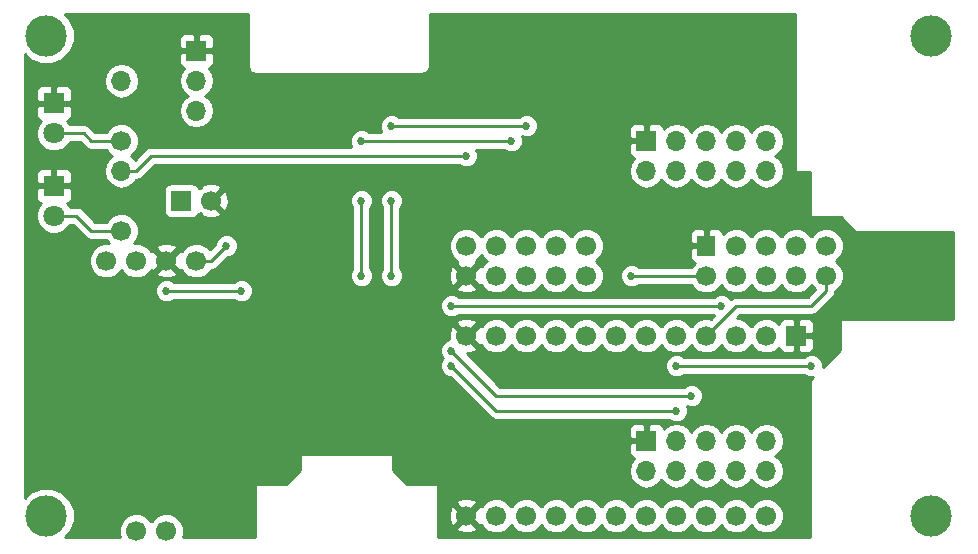
<source format=gbl>
G04 #@! TF.FileFunction,Copper,L2,Bot,Signal*
%FSLAX46Y46*%
G04 Gerber Fmt 4.6, Leading zero omitted, Abs format (unit mm)*
G04 Created by KiCad (PCBNEW 4.0.7) date 09/09/17 09:10:53*
%MOMM*%
%LPD*%
G01*
G04 APERTURE LIST*
%ADD10C,0.100000*%
%ADD11R,1.700000X1.700000*%
%ADD12C,1.700000*%
%ADD13O,1.700000X1.700000*%
%ADD14R,1.800000X1.800000*%
%ADD15C,1.800000*%
%ADD16C,3.500000*%
%ADD17R,1.524000X1.700000*%
%ADD18C,0.685800*%
%ADD19C,0.254000*%
G04 APERTURE END LIST*
D10*
D11*
X132080000Y-90170000D03*
D12*
X134580000Y-90170000D03*
D11*
X171450000Y-110490000D03*
D13*
X171450000Y-113030000D03*
X173990000Y-110490000D03*
X173990000Y-113030000D03*
X176530000Y-110490000D03*
X176530000Y-113030000D03*
X179070000Y-110490000D03*
X179070000Y-113030000D03*
X181610000Y-110490000D03*
X181610000Y-113030000D03*
D11*
X171450000Y-85090000D03*
D13*
X171450000Y-87630000D03*
X173990000Y-85090000D03*
X173990000Y-87630000D03*
X176530000Y-85090000D03*
X176530000Y-87630000D03*
X179070000Y-85090000D03*
X179070000Y-87630000D03*
X181610000Y-85090000D03*
X181610000Y-87630000D03*
D11*
X133350000Y-77470000D03*
D13*
X133350000Y-80010000D03*
X133350000Y-82550000D03*
D14*
X121285000Y-81915000D03*
D15*
X121285000Y-84455000D03*
D14*
X121285000Y-88900000D03*
D15*
X121285000Y-91440000D03*
D12*
X127000000Y-85090000D03*
D13*
X127000000Y-80010000D03*
D12*
X127000000Y-92710000D03*
D13*
X127000000Y-87630000D03*
D16*
X120650000Y-76200000D03*
X195580000Y-76200000D03*
X195580000Y-116840000D03*
X120650000Y-116840000D03*
D12*
X133350000Y-95250000D03*
X130810000Y-95250000D03*
X128270000Y-95250000D03*
X125730000Y-95250000D03*
X130810000Y-118110000D03*
X128270000Y-118110000D03*
D17*
X176530000Y-93980000D03*
D12*
X176530000Y-96520000D03*
X179070000Y-93980000D03*
X179070000Y-96520000D03*
X181610000Y-93980000D03*
X181610000Y-96520000D03*
X184150000Y-93980000D03*
X184150000Y-96520000D03*
X186690000Y-93980000D03*
X186690000Y-96520000D03*
X156210000Y-93980000D03*
X156210000Y-96520000D03*
X158750000Y-93980000D03*
X158750000Y-96520000D03*
X161290000Y-93980000D03*
X161290000Y-96520000D03*
X163830000Y-93980000D03*
X163830000Y-96520000D03*
X166370000Y-93980000D03*
X166370000Y-96520000D03*
D11*
X184150000Y-101600000D03*
D12*
X181610000Y-101600000D03*
X179070000Y-101600000D03*
X176530000Y-101600000D03*
X173990000Y-101600000D03*
X171450000Y-101600000D03*
X168910000Y-101600000D03*
X166370000Y-101600000D03*
X163830000Y-101600000D03*
X161290000Y-101600000D03*
X158750000Y-101600000D03*
X156210000Y-101600000D03*
X156210000Y-116840000D03*
X158750000Y-116840000D03*
X161290000Y-116840000D03*
X163830000Y-116840000D03*
X166370000Y-116840000D03*
X168910000Y-116840000D03*
X171450000Y-116840000D03*
X173990000Y-116840000D03*
X176530000Y-116840000D03*
X179070000Y-116840000D03*
X181610000Y-116840000D03*
D18*
X170180000Y-96520000D03*
X173990000Y-107950000D03*
X154940000Y-104140000D03*
X175260000Y-106680000D03*
X154940000Y-102870000D03*
X154940000Y-99060000D03*
X177800000Y-99060000D03*
X135890000Y-93980000D03*
X147320000Y-96520000D03*
X147320000Y-90170000D03*
X147320000Y-85090000D03*
X160020000Y-85090000D03*
X149860000Y-96520000D03*
X149860000Y-90170000D03*
X149860000Y-83820000D03*
X161290000Y-83820000D03*
X173990000Y-104140000D03*
X185420000Y-104140000D03*
X137160000Y-97790000D03*
X130810000Y-97790000D03*
X156210000Y-86360000D03*
D19*
X170180000Y-96520000D02*
X176530000Y-96520000D01*
X158750000Y-107950000D02*
X173990000Y-107950000D01*
X154940000Y-104140000D02*
X158750000Y-107950000D01*
X158750000Y-106680000D02*
X175260000Y-106680000D01*
X154940000Y-102870000D02*
X158750000Y-106680000D01*
X154940000Y-99060000D02*
X177800000Y-99060000D01*
X133350000Y-95250000D02*
X134620000Y-95250000D01*
X134620000Y-95250000D02*
X135890000Y-93980000D01*
X147320000Y-90170000D02*
X147320000Y-96520000D01*
X160020000Y-85090000D02*
X147320000Y-85090000D01*
X149860000Y-90170000D02*
X149860000Y-96520000D01*
X161290000Y-83820000D02*
X149860000Y-83820000D01*
X186690000Y-96520000D02*
X186690000Y-97790000D01*
X179070000Y-99060000D02*
X176530000Y-101600000D01*
X185420000Y-99060000D02*
X179070000Y-99060000D01*
X186690000Y-97790000D02*
X185420000Y-99060000D01*
X185420000Y-104140000D02*
X173990000Y-104140000D01*
X121285000Y-84455000D02*
X123825000Y-84455000D01*
X124460000Y-85090000D02*
X127000000Y-85090000D01*
X123825000Y-84455000D02*
X124460000Y-85090000D01*
X121285000Y-91440000D02*
X123190000Y-91440000D01*
X124460000Y-92710000D02*
X127000000Y-92710000D01*
X123190000Y-91440000D02*
X124460000Y-92710000D01*
X130810000Y-97790000D02*
X137160000Y-97790000D01*
X127000000Y-87630000D02*
X128270000Y-87630000D01*
X129540000Y-86360000D02*
X156210000Y-86360000D01*
X128270000Y-87630000D02*
X129540000Y-86360000D01*
G36*
X137720000Y-78740000D02*
X137774046Y-79011705D01*
X137927954Y-79242046D01*
X138158295Y-79395954D01*
X138430000Y-79450000D01*
X152400000Y-79450000D01*
X152671705Y-79395954D01*
X152902046Y-79242046D01*
X153055954Y-79011705D01*
X153110000Y-78740000D01*
X153110000Y-74370000D01*
X184023000Y-74370000D01*
X184023000Y-87630000D01*
X184033006Y-87679410D01*
X184061447Y-87721035D01*
X184103841Y-87748315D01*
X184150000Y-87757000D01*
X185293000Y-87757000D01*
X185293000Y-91440000D01*
X185303006Y-91489410D01*
X185331447Y-91531035D01*
X185373841Y-91558315D01*
X185420000Y-91567000D01*
X187907394Y-91567000D01*
X189140197Y-92799803D01*
X189182211Y-92827666D01*
X189230000Y-92837000D01*
X197410000Y-92837000D01*
X197410000Y-100203000D01*
X187960000Y-100203000D01*
X187910590Y-100213006D01*
X187868965Y-100241447D01*
X187841685Y-100283841D01*
X187833000Y-100330000D01*
X187833000Y-102817394D01*
X186397802Y-104252592D01*
X186398069Y-103946337D01*
X186249507Y-103586788D01*
X185974659Y-103311460D01*
X185615370Y-103162270D01*
X185226337Y-103161931D01*
X184866788Y-103310493D01*
X184799163Y-103378000D01*
X174611083Y-103378000D01*
X174544659Y-103311460D01*
X174185370Y-103162270D01*
X173796337Y-103161931D01*
X173436788Y-103310493D01*
X173161460Y-103585341D01*
X173012270Y-103944630D01*
X173011931Y-104333663D01*
X173160493Y-104693212D01*
X173435341Y-104968540D01*
X173794630Y-105117730D01*
X174183663Y-105118069D01*
X174543212Y-104969507D01*
X174610837Y-104902000D01*
X184798917Y-104902000D01*
X184865341Y-104968540D01*
X185224630Y-105117730D01*
X185532396Y-105117998D01*
X185330197Y-105320197D01*
X185302334Y-105362211D01*
X185293000Y-105410000D01*
X185293000Y-118670000D01*
X153797000Y-118670000D01*
X153797000Y-117883958D01*
X155345647Y-117883958D01*
X155425920Y-118135259D01*
X155981279Y-118336718D01*
X156571458Y-118310315D01*
X156994080Y-118135259D01*
X157074353Y-117883958D01*
X156210000Y-117019605D01*
X155345647Y-117883958D01*
X153797000Y-117883958D01*
X153797000Y-116611279D01*
X154713282Y-116611279D01*
X154739685Y-117201458D01*
X154914741Y-117624080D01*
X155166042Y-117704353D01*
X156030395Y-116840000D01*
X156389605Y-116840000D01*
X157253958Y-117704353D01*
X157471640Y-117634819D01*
X157490344Y-117680086D01*
X157907717Y-118098188D01*
X158453319Y-118324742D01*
X159044089Y-118325257D01*
X159590086Y-118099656D01*
X160008188Y-117682283D01*
X160019748Y-117654443D01*
X160030344Y-117680086D01*
X160447717Y-118098188D01*
X160993319Y-118324742D01*
X161584089Y-118325257D01*
X162130086Y-118099656D01*
X162548188Y-117682283D01*
X162559748Y-117654443D01*
X162570344Y-117680086D01*
X162987717Y-118098188D01*
X163533319Y-118324742D01*
X164124089Y-118325257D01*
X164670086Y-118099656D01*
X165088188Y-117682283D01*
X165099748Y-117654443D01*
X165110344Y-117680086D01*
X165527717Y-118098188D01*
X166073319Y-118324742D01*
X166664089Y-118325257D01*
X167210086Y-118099656D01*
X167628188Y-117682283D01*
X167639748Y-117654443D01*
X167650344Y-117680086D01*
X168067717Y-118098188D01*
X168613319Y-118324742D01*
X169204089Y-118325257D01*
X169750086Y-118099656D01*
X170168188Y-117682283D01*
X170179748Y-117654443D01*
X170190344Y-117680086D01*
X170607717Y-118098188D01*
X171153319Y-118324742D01*
X171744089Y-118325257D01*
X172290086Y-118099656D01*
X172708188Y-117682283D01*
X172719748Y-117654443D01*
X172730344Y-117680086D01*
X173147717Y-118098188D01*
X173693319Y-118324742D01*
X174284089Y-118325257D01*
X174830086Y-118099656D01*
X175248188Y-117682283D01*
X175259748Y-117654443D01*
X175270344Y-117680086D01*
X175687717Y-118098188D01*
X176233319Y-118324742D01*
X176824089Y-118325257D01*
X177370086Y-118099656D01*
X177788188Y-117682283D01*
X177799748Y-117654443D01*
X177810344Y-117680086D01*
X178227717Y-118098188D01*
X178773319Y-118324742D01*
X179364089Y-118325257D01*
X179910086Y-118099656D01*
X180328188Y-117682283D01*
X180339748Y-117654443D01*
X180350344Y-117680086D01*
X180767717Y-118098188D01*
X181313319Y-118324742D01*
X181904089Y-118325257D01*
X182450086Y-118099656D01*
X182868188Y-117682283D01*
X183094742Y-117136681D01*
X183095257Y-116545911D01*
X182869656Y-115999914D01*
X182452283Y-115581812D01*
X181906681Y-115355258D01*
X181315911Y-115354743D01*
X180769914Y-115580344D01*
X180351812Y-115997717D01*
X180340252Y-116025557D01*
X180329656Y-115999914D01*
X179912283Y-115581812D01*
X179366681Y-115355258D01*
X178775911Y-115354743D01*
X178229914Y-115580344D01*
X177811812Y-115997717D01*
X177800252Y-116025557D01*
X177789656Y-115999914D01*
X177372283Y-115581812D01*
X176826681Y-115355258D01*
X176235911Y-115354743D01*
X175689914Y-115580344D01*
X175271812Y-115997717D01*
X175260252Y-116025557D01*
X175249656Y-115999914D01*
X174832283Y-115581812D01*
X174286681Y-115355258D01*
X173695911Y-115354743D01*
X173149914Y-115580344D01*
X172731812Y-115997717D01*
X172720252Y-116025557D01*
X172709656Y-115999914D01*
X172292283Y-115581812D01*
X171746681Y-115355258D01*
X171155911Y-115354743D01*
X170609914Y-115580344D01*
X170191812Y-115997717D01*
X170180252Y-116025557D01*
X170169656Y-115999914D01*
X169752283Y-115581812D01*
X169206681Y-115355258D01*
X168615911Y-115354743D01*
X168069914Y-115580344D01*
X167651812Y-115997717D01*
X167640252Y-116025557D01*
X167629656Y-115999914D01*
X167212283Y-115581812D01*
X166666681Y-115355258D01*
X166075911Y-115354743D01*
X165529914Y-115580344D01*
X165111812Y-115997717D01*
X165100252Y-116025557D01*
X165089656Y-115999914D01*
X164672283Y-115581812D01*
X164126681Y-115355258D01*
X163535911Y-115354743D01*
X162989914Y-115580344D01*
X162571812Y-115997717D01*
X162560252Y-116025557D01*
X162549656Y-115999914D01*
X162132283Y-115581812D01*
X161586681Y-115355258D01*
X160995911Y-115354743D01*
X160449914Y-115580344D01*
X160031812Y-115997717D01*
X160020252Y-116025557D01*
X160009656Y-115999914D01*
X159592283Y-115581812D01*
X159046681Y-115355258D01*
X158455911Y-115354743D01*
X157909914Y-115580344D01*
X157491812Y-115997717D01*
X157472049Y-116045312D01*
X157253958Y-115975647D01*
X156389605Y-116840000D01*
X156030395Y-116840000D01*
X155166042Y-115975647D01*
X154914741Y-116055920D01*
X154713282Y-116611279D01*
X153797000Y-116611279D01*
X153797000Y-115796042D01*
X155345647Y-115796042D01*
X156210000Y-116660395D01*
X157074353Y-115796042D01*
X156994080Y-115544741D01*
X156438721Y-115343282D01*
X155848542Y-115369685D01*
X155425920Y-115544741D01*
X155345647Y-115796042D01*
X153797000Y-115796042D01*
X153797000Y-114300000D01*
X153786994Y-114250590D01*
X153758553Y-114208965D01*
X153716159Y-114181685D01*
X153670000Y-114173000D01*
X151182606Y-114173000D01*
X149987000Y-112977394D01*
X149987000Y-111760000D01*
X149976994Y-111710590D01*
X149948553Y-111668965D01*
X149906159Y-111641685D01*
X149860000Y-111633000D01*
X142240000Y-111633000D01*
X142190590Y-111643006D01*
X142148965Y-111671447D01*
X142121685Y-111713841D01*
X142113000Y-111760000D01*
X142113000Y-112977394D01*
X140917394Y-114173000D01*
X138430000Y-114173000D01*
X138380590Y-114183006D01*
X138338965Y-114211447D01*
X138311685Y-114253841D01*
X138303000Y-114300000D01*
X138303000Y-118670000D01*
X132185402Y-118670000D01*
X132294742Y-118406681D01*
X132295257Y-117815911D01*
X132069656Y-117269914D01*
X131652283Y-116851812D01*
X131106681Y-116625258D01*
X130515911Y-116624743D01*
X129969914Y-116850344D01*
X129551812Y-117267717D01*
X129540252Y-117295557D01*
X129529656Y-117269914D01*
X129112283Y-116851812D01*
X128566681Y-116625258D01*
X127975911Y-116624743D01*
X127429914Y-116850344D01*
X127011812Y-117267717D01*
X126785258Y-117813319D01*
X126784743Y-118404089D01*
X126894615Y-118670000D01*
X122192650Y-118670000D01*
X122670726Y-118192758D01*
X123034585Y-117316487D01*
X123035413Y-116367675D01*
X122673084Y-115490771D01*
X122002758Y-114819274D01*
X121126487Y-114455415D01*
X120177675Y-114454587D01*
X119300771Y-114816916D01*
X118820000Y-115296849D01*
X118820000Y-110775750D01*
X169965000Y-110775750D01*
X169965000Y-111466309D01*
X170061673Y-111699698D01*
X170240301Y-111878327D01*
X170405858Y-111946903D01*
X170399946Y-111950853D01*
X170078039Y-112432622D01*
X169965000Y-113000907D01*
X169965000Y-113059093D01*
X170078039Y-113627378D01*
X170399946Y-114109147D01*
X170881715Y-114431054D01*
X171450000Y-114544093D01*
X172018285Y-114431054D01*
X172500054Y-114109147D01*
X172720000Y-113779974D01*
X172939946Y-114109147D01*
X173421715Y-114431054D01*
X173990000Y-114544093D01*
X174558285Y-114431054D01*
X175040054Y-114109147D01*
X175260000Y-113779974D01*
X175479946Y-114109147D01*
X175961715Y-114431054D01*
X176530000Y-114544093D01*
X177098285Y-114431054D01*
X177580054Y-114109147D01*
X177800000Y-113779974D01*
X178019946Y-114109147D01*
X178501715Y-114431054D01*
X179070000Y-114544093D01*
X179638285Y-114431054D01*
X180120054Y-114109147D01*
X180340000Y-113779974D01*
X180559946Y-114109147D01*
X181041715Y-114431054D01*
X181610000Y-114544093D01*
X182178285Y-114431054D01*
X182660054Y-114109147D01*
X182981961Y-113627378D01*
X183095000Y-113059093D01*
X183095000Y-113000907D01*
X182981961Y-112432622D01*
X182660054Y-111950853D01*
X182374422Y-111760000D01*
X182660054Y-111569147D01*
X182981961Y-111087378D01*
X183095000Y-110519093D01*
X183095000Y-110460907D01*
X182981961Y-109892622D01*
X182660054Y-109410853D01*
X182178285Y-109088946D01*
X181610000Y-108975907D01*
X181041715Y-109088946D01*
X180559946Y-109410853D01*
X180340000Y-109740026D01*
X180120054Y-109410853D01*
X179638285Y-109088946D01*
X179070000Y-108975907D01*
X178501715Y-109088946D01*
X178019946Y-109410853D01*
X177800000Y-109740026D01*
X177580054Y-109410853D01*
X177098285Y-109088946D01*
X176530000Y-108975907D01*
X175961715Y-109088946D01*
X175479946Y-109410853D01*
X175260000Y-109740026D01*
X175040054Y-109410853D01*
X174558285Y-109088946D01*
X173990000Y-108975907D01*
X173421715Y-109088946D01*
X172939946Y-109410853D01*
X172910597Y-109454777D01*
X172838327Y-109280302D01*
X172659699Y-109101673D01*
X172426310Y-109005000D01*
X171735750Y-109005000D01*
X171577000Y-109163750D01*
X171577000Y-110363000D01*
X171597000Y-110363000D01*
X171597000Y-110617000D01*
X171577000Y-110617000D01*
X171577000Y-110637000D01*
X171323000Y-110637000D01*
X171323000Y-110617000D01*
X170123750Y-110617000D01*
X169965000Y-110775750D01*
X118820000Y-110775750D01*
X118820000Y-109513691D01*
X169965000Y-109513691D01*
X169965000Y-110204250D01*
X170123750Y-110363000D01*
X171323000Y-110363000D01*
X171323000Y-109163750D01*
X171164250Y-109005000D01*
X170473690Y-109005000D01*
X170240301Y-109101673D01*
X170061673Y-109280302D01*
X169965000Y-109513691D01*
X118820000Y-109513691D01*
X118820000Y-103063663D01*
X153961931Y-103063663D01*
X154110493Y-103423212D01*
X154192040Y-103504901D01*
X154111460Y-103585341D01*
X153962270Y-103944630D01*
X153961931Y-104333663D01*
X154110493Y-104693212D01*
X154385341Y-104968540D01*
X154744630Y-105117730D01*
X154840183Y-105117813D01*
X158211185Y-108488816D01*
X158359377Y-108587834D01*
X158458395Y-108653996D01*
X158750000Y-108712000D01*
X173368917Y-108712000D01*
X173435341Y-108778540D01*
X173794630Y-108927730D01*
X174183663Y-108928069D01*
X174543212Y-108779507D01*
X174818540Y-108504659D01*
X174967730Y-108145370D01*
X174968069Y-107756337D01*
X174898889Y-107588908D01*
X175064630Y-107657730D01*
X175453663Y-107658069D01*
X175813212Y-107509507D01*
X176088540Y-107234659D01*
X176237730Y-106875370D01*
X176238069Y-106486337D01*
X176089507Y-106126788D01*
X175814659Y-105851460D01*
X175455370Y-105702270D01*
X175066337Y-105701931D01*
X174706788Y-105850493D01*
X174639163Y-105918000D01*
X159065631Y-105918000D01*
X156233083Y-103085453D01*
X156571458Y-103070315D01*
X156994080Y-102895259D01*
X157074353Y-102643958D01*
X156210000Y-101779605D01*
X156195858Y-101793748D01*
X156016253Y-101614143D01*
X156030395Y-101600000D01*
X155166042Y-100735647D01*
X154914741Y-100815920D01*
X154713282Y-101371279D01*
X154736752Y-101895892D01*
X154386788Y-102040493D01*
X154111460Y-102315341D01*
X153962270Y-102674630D01*
X153961931Y-103063663D01*
X118820000Y-103063663D01*
X118820000Y-100556042D01*
X155345647Y-100556042D01*
X156210000Y-101420395D01*
X157074353Y-100556042D01*
X156994080Y-100304741D01*
X156438721Y-100103282D01*
X155848542Y-100129685D01*
X155425920Y-100304741D01*
X155345647Y-100556042D01*
X118820000Y-100556042D01*
X118820000Y-99253663D01*
X153961931Y-99253663D01*
X154110493Y-99613212D01*
X154385341Y-99888540D01*
X154744630Y-100037730D01*
X155133663Y-100038069D01*
X155493212Y-99889507D01*
X155560837Y-99822000D01*
X177178917Y-99822000D01*
X177204621Y-99847749D01*
X176904711Y-100147659D01*
X176826681Y-100115258D01*
X176235911Y-100114743D01*
X175689914Y-100340344D01*
X175271812Y-100757717D01*
X175260252Y-100785557D01*
X175249656Y-100759914D01*
X174832283Y-100341812D01*
X174286681Y-100115258D01*
X173695911Y-100114743D01*
X173149914Y-100340344D01*
X172731812Y-100757717D01*
X172720252Y-100785557D01*
X172709656Y-100759914D01*
X172292283Y-100341812D01*
X171746681Y-100115258D01*
X171155911Y-100114743D01*
X170609914Y-100340344D01*
X170191812Y-100757717D01*
X170180252Y-100785557D01*
X170169656Y-100759914D01*
X169752283Y-100341812D01*
X169206681Y-100115258D01*
X168615911Y-100114743D01*
X168069914Y-100340344D01*
X167651812Y-100757717D01*
X167640252Y-100785557D01*
X167629656Y-100759914D01*
X167212283Y-100341812D01*
X166666681Y-100115258D01*
X166075911Y-100114743D01*
X165529914Y-100340344D01*
X165111812Y-100757717D01*
X165100252Y-100785557D01*
X165089656Y-100759914D01*
X164672283Y-100341812D01*
X164126681Y-100115258D01*
X163535911Y-100114743D01*
X162989914Y-100340344D01*
X162571812Y-100757717D01*
X162560252Y-100785557D01*
X162549656Y-100759914D01*
X162132283Y-100341812D01*
X161586681Y-100115258D01*
X160995911Y-100114743D01*
X160449914Y-100340344D01*
X160031812Y-100757717D01*
X160020252Y-100785557D01*
X160009656Y-100759914D01*
X159592283Y-100341812D01*
X159046681Y-100115258D01*
X158455911Y-100114743D01*
X157909914Y-100340344D01*
X157491812Y-100757717D01*
X157472049Y-100805312D01*
X157253958Y-100735647D01*
X156389605Y-101600000D01*
X157253958Y-102464353D01*
X157471640Y-102394819D01*
X157490344Y-102440086D01*
X157907717Y-102858188D01*
X158453319Y-103084742D01*
X159044089Y-103085257D01*
X159590086Y-102859656D01*
X160008188Y-102442283D01*
X160019748Y-102414443D01*
X160030344Y-102440086D01*
X160447717Y-102858188D01*
X160993319Y-103084742D01*
X161584089Y-103085257D01*
X162130086Y-102859656D01*
X162548188Y-102442283D01*
X162559748Y-102414443D01*
X162570344Y-102440086D01*
X162987717Y-102858188D01*
X163533319Y-103084742D01*
X164124089Y-103085257D01*
X164670086Y-102859656D01*
X165088188Y-102442283D01*
X165099748Y-102414443D01*
X165110344Y-102440086D01*
X165527717Y-102858188D01*
X166073319Y-103084742D01*
X166664089Y-103085257D01*
X167210086Y-102859656D01*
X167628188Y-102442283D01*
X167639748Y-102414443D01*
X167650344Y-102440086D01*
X168067717Y-102858188D01*
X168613319Y-103084742D01*
X169204089Y-103085257D01*
X169750086Y-102859656D01*
X170168188Y-102442283D01*
X170179748Y-102414443D01*
X170190344Y-102440086D01*
X170607717Y-102858188D01*
X171153319Y-103084742D01*
X171744089Y-103085257D01*
X172290086Y-102859656D01*
X172708188Y-102442283D01*
X172719748Y-102414443D01*
X172730344Y-102440086D01*
X173147717Y-102858188D01*
X173693319Y-103084742D01*
X174284089Y-103085257D01*
X174830086Y-102859656D01*
X175248188Y-102442283D01*
X175259748Y-102414443D01*
X175270344Y-102440086D01*
X175687717Y-102858188D01*
X176233319Y-103084742D01*
X176824089Y-103085257D01*
X177370086Y-102859656D01*
X177788188Y-102442283D01*
X177799748Y-102414443D01*
X177810344Y-102440086D01*
X178227717Y-102858188D01*
X178773319Y-103084742D01*
X179364089Y-103085257D01*
X179910086Y-102859656D01*
X180328188Y-102442283D01*
X180339748Y-102414443D01*
X180350344Y-102440086D01*
X180767717Y-102858188D01*
X181313319Y-103084742D01*
X181904089Y-103085257D01*
X182450086Y-102859656D01*
X182685164Y-102624988D01*
X182761673Y-102809698D01*
X182940301Y-102988327D01*
X183173690Y-103085000D01*
X183864250Y-103085000D01*
X184023000Y-102926250D01*
X184023000Y-101727000D01*
X184277000Y-101727000D01*
X184277000Y-102926250D01*
X184435750Y-103085000D01*
X185126310Y-103085000D01*
X185359699Y-102988327D01*
X185538327Y-102809698D01*
X185635000Y-102576309D01*
X185635000Y-101885750D01*
X185476250Y-101727000D01*
X184277000Y-101727000D01*
X184023000Y-101727000D01*
X184003000Y-101727000D01*
X184003000Y-101473000D01*
X184023000Y-101473000D01*
X184023000Y-100273750D01*
X184277000Y-100273750D01*
X184277000Y-101473000D01*
X185476250Y-101473000D01*
X185635000Y-101314250D01*
X185635000Y-100623691D01*
X185538327Y-100390302D01*
X185359699Y-100211673D01*
X185126310Y-100115000D01*
X184435750Y-100115000D01*
X184277000Y-100273750D01*
X184023000Y-100273750D01*
X183864250Y-100115000D01*
X183173690Y-100115000D01*
X182940301Y-100211673D01*
X182761673Y-100390302D01*
X182685138Y-100575074D01*
X182452283Y-100341812D01*
X181906681Y-100115258D01*
X181315911Y-100114743D01*
X180769914Y-100340344D01*
X180351812Y-100757717D01*
X180340252Y-100785557D01*
X180329656Y-100759914D01*
X179912283Y-100341812D01*
X179366681Y-100115258D01*
X179092612Y-100115019D01*
X179385631Y-99822000D01*
X185420000Y-99822000D01*
X185711605Y-99763996D01*
X185958815Y-99598815D01*
X187228815Y-98328816D01*
X187393996Y-98081605D01*
X187406903Y-98016718D01*
X187447249Y-97813883D01*
X187530086Y-97779656D01*
X187948188Y-97362283D01*
X188174742Y-96816681D01*
X188175257Y-96225911D01*
X187949656Y-95679914D01*
X187532283Y-95261812D01*
X187504443Y-95250252D01*
X187530086Y-95239656D01*
X187948188Y-94822283D01*
X188174742Y-94276681D01*
X188175257Y-93685911D01*
X187949656Y-93139914D01*
X187532283Y-92721812D01*
X186986681Y-92495258D01*
X186395911Y-92494743D01*
X185849914Y-92720344D01*
X185431812Y-93137717D01*
X185420252Y-93165557D01*
X185409656Y-93139914D01*
X184992283Y-92721812D01*
X184446681Y-92495258D01*
X183855911Y-92494743D01*
X183309914Y-92720344D01*
X182891812Y-93137717D01*
X182880252Y-93165557D01*
X182869656Y-93139914D01*
X182452283Y-92721812D01*
X181906681Y-92495258D01*
X181315911Y-92494743D01*
X180769914Y-92720344D01*
X180351812Y-93137717D01*
X180340252Y-93165557D01*
X180329656Y-93139914D01*
X179912283Y-92721812D01*
X179366681Y-92495258D01*
X178775911Y-92494743D01*
X178229914Y-92720344D01*
X177927000Y-93022730D01*
X177927000Y-93003691D01*
X177830327Y-92770302D01*
X177651699Y-92591673D01*
X177418310Y-92495000D01*
X176815750Y-92495000D01*
X176657000Y-92653750D01*
X176657000Y-93853000D01*
X176677000Y-93853000D01*
X176677000Y-94107000D01*
X176657000Y-94107000D01*
X176657000Y-94127000D01*
X176403000Y-94127000D01*
X176403000Y-94107000D01*
X175291750Y-94107000D01*
X175133000Y-94265750D01*
X175133000Y-94956309D01*
X175229673Y-95189698D01*
X175408301Y-95368327D01*
X175530880Y-95419101D01*
X175271812Y-95677717D01*
X175238476Y-95758000D01*
X170801083Y-95758000D01*
X170734659Y-95691460D01*
X170375370Y-95542270D01*
X169986337Y-95541931D01*
X169626788Y-95690493D01*
X169351460Y-95965341D01*
X169202270Y-96324630D01*
X169201931Y-96713663D01*
X169350493Y-97073212D01*
X169625341Y-97348540D01*
X169984630Y-97497730D01*
X170373663Y-97498069D01*
X170733212Y-97349507D01*
X170800837Y-97282000D01*
X175238080Y-97282000D01*
X175270344Y-97360086D01*
X175687717Y-97778188D01*
X176233319Y-98004742D01*
X176824089Y-98005257D01*
X177370086Y-97779656D01*
X177788188Y-97362283D01*
X177799748Y-97334443D01*
X177810344Y-97360086D01*
X178227717Y-97778188D01*
X178773319Y-98004742D01*
X179364089Y-98005257D01*
X179910086Y-97779656D01*
X180328188Y-97362283D01*
X180339748Y-97334443D01*
X180350344Y-97360086D01*
X180767717Y-97778188D01*
X181313319Y-98004742D01*
X181904089Y-98005257D01*
X182450086Y-97779656D01*
X182868188Y-97362283D01*
X182879748Y-97334443D01*
X182890344Y-97360086D01*
X183307717Y-97778188D01*
X183853319Y-98004742D01*
X184444089Y-98005257D01*
X184990086Y-97779656D01*
X185408188Y-97362283D01*
X185419748Y-97334443D01*
X185430344Y-97360086D01*
X185736047Y-97666323D01*
X185104370Y-98298000D01*
X179070000Y-98298000D01*
X178778395Y-98356004D01*
X178598787Y-98476014D01*
X178354659Y-98231460D01*
X177995370Y-98082270D01*
X177606337Y-98081931D01*
X177246788Y-98230493D01*
X177179163Y-98298000D01*
X155561083Y-98298000D01*
X155494659Y-98231460D01*
X155135370Y-98082270D01*
X154746337Y-98081931D01*
X154386788Y-98230493D01*
X154111460Y-98505341D01*
X153962270Y-98864630D01*
X153961931Y-99253663D01*
X118820000Y-99253663D01*
X118820000Y-97983663D01*
X129831931Y-97983663D01*
X129980493Y-98343212D01*
X130255341Y-98618540D01*
X130614630Y-98767730D01*
X131003663Y-98768069D01*
X131363212Y-98619507D01*
X131430837Y-98552000D01*
X136538917Y-98552000D01*
X136605341Y-98618540D01*
X136964630Y-98767730D01*
X137353663Y-98768069D01*
X137713212Y-98619507D01*
X137988540Y-98344659D01*
X138137730Y-97985370D01*
X138138069Y-97596337D01*
X138124691Y-97563958D01*
X155345647Y-97563958D01*
X155425920Y-97815259D01*
X155981279Y-98016718D01*
X156571458Y-97990315D01*
X156994080Y-97815259D01*
X157074353Y-97563958D01*
X156210000Y-96699605D01*
X155345647Y-97563958D01*
X138124691Y-97563958D01*
X137989507Y-97236788D01*
X137714659Y-96961460D01*
X137355370Y-96812270D01*
X136966337Y-96811931D01*
X136606788Y-96960493D01*
X136539163Y-97028000D01*
X131431083Y-97028000D01*
X131364659Y-96961460D01*
X131005370Y-96812270D01*
X130616337Y-96811931D01*
X130256788Y-96960493D01*
X129981460Y-97235341D01*
X129832270Y-97594630D01*
X129831931Y-97983663D01*
X118820000Y-97983663D01*
X118820000Y-91743991D01*
X119749735Y-91743991D01*
X119982932Y-92308371D01*
X120414357Y-92740551D01*
X120978330Y-92974733D01*
X121588991Y-92975265D01*
X122153371Y-92742068D01*
X122585551Y-92310643D01*
X122630664Y-92202000D01*
X122874370Y-92202000D01*
X123921184Y-93248815D01*
X124168395Y-93413996D01*
X124460000Y-93472000D01*
X125708080Y-93472000D01*
X125740344Y-93550086D01*
X125955079Y-93765196D01*
X125435911Y-93764743D01*
X124889914Y-93990344D01*
X124471812Y-94407717D01*
X124245258Y-94953319D01*
X124244743Y-95544089D01*
X124470344Y-96090086D01*
X124887717Y-96508188D01*
X125433319Y-96734742D01*
X126024089Y-96735257D01*
X126570086Y-96509656D01*
X126988188Y-96092283D01*
X126999748Y-96064443D01*
X127010344Y-96090086D01*
X127427717Y-96508188D01*
X127973319Y-96734742D01*
X128564089Y-96735257D01*
X129110086Y-96509656D01*
X129326160Y-96293958D01*
X129945647Y-96293958D01*
X130025920Y-96545259D01*
X130581279Y-96746718D01*
X131171458Y-96720315D01*
X131594080Y-96545259D01*
X131674353Y-96293958D01*
X130810000Y-95429605D01*
X129945647Y-96293958D01*
X129326160Y-96293958D01*
X129528188Y-96092283D01*
X129547951Y-96044688D01*
X129766042Y-96114353D01*
X130630395Y-95250000D01*
X130989605Y-95250000D01*
X131853958Y-96114353D01*
X132071640Y-96044819D01*
X132090344Y-96090086D01*
X132507717Y-96508188D01*
X133053319Y-96734742D01*
X133644089Y-96735257D01*
X134190086Y-96509656D01*
X134608188Y-96092283D01*
X134643462Y-96007333D01*
X134911605Y-95953996D01*
X135158815Y-95788815D01*
X135989644Y-94957987D01*
X136083663Y-94958069D01*
X136443212Y-94809507D01*
X136718540Y-94534659D01*
X136867730Y-94175370D01*
X136868069Y-93786337D01*
X136719507Y-93426788D01*
X136444659Y-93151460D01*
X136085370Y-93002270D01*
X135696337Y-93001931D01*
X135336788Y-93150493D01*
X135061460Y-93425341D01*
X134912270Y-93784630D01*
X134912187Y-93880183D01*
X134496155Y-94296215D01*
X134192283Y-93991812D01*
X133646681Y-93765258D01*
X133055911Y-93764743D01*
X132509914Y-93990344D01*
X132091812Y-94407717D01*
X132072049Y-94455312D01*
X131853958Y-94385647D01*
X130989605Y-95250000D01*
X130630395Y-95250000D01*
X129766042Y-94385647D01*
X129548360Y-94455181D01*
X129529656Y-94409914D01*
X129326140Y-94206042D01*
X129945647Y-94206042D01*
X130810000Y-95070395D01*
X131674353Y-94206042D01*
X131594080Y-93954741D01*
X131038721Y-93753282D01*
X130448542Y-93779685D01*
X130025920Y-93954741D01*
X129945647Y-94206042D01*
X129326140Y-94206042D01*
X129112283Y-93991812D01*
X128566681Y-93765258D01*
X128045296Y-93764803D01*
X128258188Y-93552283D01*
X128484742Y-93006681D01*
X128485257Y-92415911D01*
X128259656Y-91869914D01*
X127842283Y-91451812D01*
X127296681Y-91225258D01*
X126705911Y-91224743D01*
X126159914Y-91450344D01*
X125741812Y-91867717D01*
X125708476Y-91948000D01*
X124775631Y-91948000D01*
X123728815Y-90901185D01*
X123481605Y-90736004D01*
X123190000Y-90678000D01*
X122631020Y-90678000D01*
X122587068Y-90571629D01*
X122409908Y-90394159D01*
X122544699Y-90338327D01*
X122723327Y-90159698D01*
X122820000Y-89926309D01*
X122820000Y-89320000D01*
X130582560Y-89320000D01*
X130582560Y-91020000D01*
X130626838Y-91255317D01*
X130765910Y-91471441D01*
X130978110Y-91616431D01*
X131230000Y-91667440D01*
X132930000Y-91667440D01*
X133165317Y-91623162D01*
X133381441Y-91484090D01*
X133526431Y-91271890D01*
X133529416Y-91257148D01*
X133600938Y-91328670D01*
X133715648Y-91213960D01*
X133795920Y-91465259D01*
X134351279Y-91666718D01*
X134941458Y-91640315D01*
X135364080Y-91465259D01*
X135444353Y-91213958D01*
X134580000Y-90349605D01*
X134565858Y-90363748D01*
X134386253Y-90184143D01*
X134400395Y-90170000D01*
X134759605Y-90170000D01*
X135623958Y-91034353D01*
X135875259Y-90954080D01*
X136076718Y-90398721D01*
X136075150Y-90363663D01*
X146341931Y-90363663D01*
X146490493Y-90723212D01*
X146558000Y-90790837D01*
X146558000Y-95898917D01*
X146491460Y-95965341D01*
X146342270Y-96324630D01*
X146341931Y-96713663D01*
X146490493Y-97073212D01*
X146765341Y-97348540D01*
X147124630Y-97497730D01*
X147513663Y-97498069D01*
X147873212Y-97349507D01*
X148148540Y-97074659D01*
X148297730Y-96715370D01*
X148298069Y-96326337D01*
X148149507Y-95966788D01*
X148082000Y-95899163D01*
X148082000Y-90791083D01*
X148148540Y-90724659D01*
X148297730Y-90365370D01*
X148297731Y-90363663D01*
X148881931Y-90363663D01*
X149030493Y-90723212D01*
X149098000Y-90790837D01*
X149098000Y-95898917D01*
X149031460Y-95965341D01*
X148882270Y-96324630D01*
X148881931Y-96713663D01*
X149030493Y-97073212D01*
X149305341Y-97348540D01*
X149664630Y-97497730D01*
X150053663Y-97498069D01*
X150413212Y-97349507D01*
X150688540Y-97074659D01*
X150837730Y-96715370D01*
X150838069Y-96326337D01*
X150823584Y-96291279D01*
X154713282Y-96291279D01*
X154739685Y-96881458D01*
X154914741Y-97304080D01*
X155166042Y-97384353D01*
X156030395Y-96520000D01*
X155166042Y-95655647D01*
X154914741Y-95735920D01*
X154713282Y-96291279D01*
X150823584Y-96291279D01*
X150689507Y-95966788D01*
X150622000Y-95899163D01*
X150622000Y-94274089D01*
X154724743Y-94274089D01*
X154950344Y-94820086D01*
X155367717Y-95238188D01*
X155415312Y-95257951D01*
X155345647Y-95476042D01*
X156210000Y-96340395D01*
X157074353Y-95476042D01*
X157004819Y-95258360D01*
X157050086Y-95239656D01*
X157468188Y-94822283D01*
X157479748Y-94794443D01*
X157490344Y-94820086D01*
X157907717Y-95238188D01*
X157935557Y-95249748D01*
X157909914Y-95260344D01*
X157491812Y-95677717D01*
X157472049Y-95725312D01*
X157253958Y-95655647D01*
X156389605Y-96520000D01*
X157253958Y-97384353D01*
X157471640Y-97314819D01*
X157490344Y-97360086D01*
X157907717Y-97778188D01*
X158453319Y-98004742D01*
X159044089Y-98005257D01*
X159590086Y-97779656D01*
X160008188Y-97362283D01*
X160019748Y-97334443D01*
X160030344Y-97360086D01*
X160447717Y-97778188D01*
X160993319Y-98004742D01*
X161584089Y-98005257D01*
X162130086Y-97779656D01*
X162548188Y-97362283D01*
X162559748Y-97334443D01*
X162570344Y-97360086D01*
X162987717Y-97778188D01*
X163533319Y-98004742D01*
X164124089Y-98005257D01*
X164670086Y-97779656D01*
X165088188Y-97362283D01*
X165099748Y-97334443D01*
X165110344Y-97360086D01*
X165527717Y-97778188D01*
X166073319Y-98004742D01*
X166664089Y-98005257D01*
X167210086Y-97779656D01*
X167628188Y-97362283D01*
X167854742Y-96816681D01*
X167855257Y-96225911D01*
X167629656Y-95679914D01*
X167212283Y-95261812D01*
X167184443Y-95250252D01*
X167210086Y-95239656D01*
X167628188Y-94822283D01*
X167854742Y-94276681D01*
X167855257Y-93685911D01*
X167629656Y-93139914D01*
X167493671Y-93003691D01*
X175133000Y-93003691D01*
X175133000Y-93694250D01*
X175291750Y-93853000D01*
X176403000Y-93853000D01*
X176403000Y-92653750D01*
X176244250Y-92495000D01*
X175641690Y-92495000D01*
X175408301Y-92591673D01*
X175229673Y-92770302D01*
X175133000Y-93003691D01*
X167493671Y-93003691D01*
X167212283Y-92721812D01*
X166666681Y-92495258D01*
X166075911Y-92494743D01*
X165529914Y-92720344D01*
X165111812Y-93137717D01*
X165100252Y-93165557D01*
X165089656Y-93139914D01*
X164672283Y-92721812D01*
X164126681Y-92495258D01*
X163535911Y-92494743D01*
X162989914Y-92720344D01*
X162571812Y-93137717D01*
X162560252Y-93165557D01*
X162549656Y-93139914D01*
X162132283Y-92721812D01*
X161586681Y-92495258D01*
X160995911Y-92494743D01*
X160449914Y-92720344D01*
X160031812Y-93137717D01*
X160020252Y-93165557D01*
X160009656Y-93139914D01*
X159592283Y-92721812D01*
X159046681Y-92495258D01*
X158455911Y-92494743D01*
X157909914Y-92720344D01*
X157491812Y-93137717D01*
X157480252Y-93165557D01*
X157469656Y-93139914D01*
X157052283Y-92721812D01*
X156506681Y-92495258D01*
X155915911Y-92494743D01*
X155369914Y-92720344D01*
X154951812Y-93137717D01*
X154725258Y-93683319D01*
X154724743Y-94274089D01*
X150622000Y-94274089D01*
X150622000Y-90791083D01*
X150688540Y-90724659D01*
X150837730Y-90365370D01*
X150838069Y-89976337D01*
X150689507Y-89616788D01*
X150414659Y-89341460D01*
X150055370Y-89192270D01*
X149666337Y-89191931D01*
X149306788Y-89340493D01*
X149031460Y-89615341D01*
X148882270Y-89974630D01*
X148881931Y-90363663D01*
X148297731Y-90363663D01*
X148298069Y-89976337D01*
X148149507Y-89616788D01*
X147874659Y-89341460D01*
X147515370Y-89192270D01*
X147126337Y-89191931D01*
X146766788Y-89340493D01*
X146491460Y-89615341D01*
X146342270Y-89974630D01*
X146341931Y-90363663D01*
X136075150Y-90363663D01*
X136050315Y-89808542D01*
X135875259Y-89385920D01*
X135623958Y-89305647D01*
X134759605Y-90170000D01*
X134400395Y-90170000D01*
X134386253Y-90155858D01*
X134565858Y-89976253D01*
X134580000Y-89990395D01*
X135444353Y-89126042D01*
X135364080Y-88874741D01*
X134808721Y-88673282D01*
X134218542Y-88699685D01*
X133795920Y-88874741D01*
X133715648Y-89126040D01*
X133600938Y-89011330D01*
X133530978Y-89081290D01*
X133394090Y-88868559D01*
X133181890Y-88723569D01*
X132930000Y-88672560D01*
X131230000Y-88672560D01*
X130994683Y-88716838D01*
X130778559Y-88855910D01*
X130633569Y-89068110D01*
X130582560Y-89320000D01*
X122820000Y-89320000D01*
X122820000Y-89185750D01*
X122661250Y-89027000D01*
X121412000Y-89027000D01*
X121412000Y-89047000D01*
X121158000Y-89047000D01*
X121158000Y-89027000D01*
X119908750Y-89027000D01*
X119750000Y-89185750D01*
X119750000Y-89926309D01*
X119846673Y-90159698D01*
X120025301Y-90338327D01*
X120159994Y-90394119D01*
X119984449Y-90569357D01*
X119750267Y-91133330D01*
X119749735Y-91743991D01*
X118820000Y-91743991D01*
X118820000Y-87873691D01*
X119750000Y-87873691D01*
X119750000Y-88614250D01*
X119908750Y-88773000D01*
X121158000Y-88773000D01*
X121158000Y-87523750D01*
X121412000Y-87523750D01*
X121412000Y-88773000D01*
X122661250Y-88773000D01*
X122820000Y-88614250D01*
X122820000Y-87873691D01*
X122723327Y-87640302D01*
X122544699Y-87461673D01*
X122311310Y-87365000D01*
X121570750Y-87365000D01*
X121412000Y-87523750D01*
X121158000Y-87523750D01*
X120999250Y-87365000D01*
X120258690Y-87365000D01*
X120025301Y-87461673D01*
X119846673Y-87640302D01*
X119750000Y-87873691D01*
X118820000Y-87873691D01*
X118820000Y-84758991D01*
X119749735Y-84758991D01*
X119982932Y-85323371D01*
X120414357Y-85755551D01*
X120978330Y-85989733D01*
X121588991Y-85990265D01*
X122153371Y-85757068D01*
X122585551Y-85325643D01*
X122630664Y-85217000D01*
X123509370Y-85217000D01*
X123921185Y-85628816D01*
X124008830Y-85687378D01*
X124168395Y-85793996D01*
X124460000Y-85852000D01*
X125708080Y-85852000D01*
X125740344Y-85930086D01*
X126157717Y-86348188D01*
X126216639Y-86372655D01*
X125949946Y-86550853D01*
X125628039Y-87032622D01*
X125515000Y-87600907D01*
X125515000Y-87659093D01*
X125628039Y-88227378D01*
X125949946Y-88709147D01*
X126431715Y-89031054D01*
X127000000Y-89144093D01*
X127568285Y-89031054D01*
X128050054Y-88709147D01*
X128261964Y-88392000D01*
X128270000Y-88392000D01*
X128561605Y-88333996D01*
X128808815Y-88168815D01*
X129855631Y-87122000D01*
X155588917Y-87122000D01*
X155655341Y-87188540D01*
X156014630Y-87337730D01*
X156403663Y-87338069D01*
X156763212Y-87189507D01*
X157038540Y-86914659D01*
X157187730Y-86555370D01*
X157188069Y-86166337D01*
X157058188Y-85852000D01*
X159398917Y-85852000D01*
X159465341Y-85918540D01*
X159824630Y-86067730D01*
X160213663Y-86068069D01*
X160573212Y-85919507D01*
X160848540Y-85644659D01*
X160960200Y-85375750D01*
X169965000Y-85375750D01*
X169965000Y-86066309D01*
X170061673Y-86299698D01*
X170240301Y-86478327D01*
X170405858Y-86546903D01*
X170399946Y-86550853D01*
X170078039Y-87032622D01*
X169965000Y-87600907D01*
X169965000Y-87659093D01*
X170078039Y-88227378D01*
X170399946Y-88709147D01*
X170881715Y-89031054D01*
X171450000Y-89144093D01*
X172018285Y-89031054D01*
X172500054Y-88709147D01*
X172720000Y-88379974D01*
X172939946Y-88709147D01*
X173421715Y-89031054D01*
X173990000Y-89144093D01*
X174558285Y-89031054D01*
X175040054Y-88709147D01*
X175260000Y-88379974D01*
X175479946Y-88709147D01*
X175961715Y-89031054D01*
X176530000Y-89144093D01*
X177098285Y-89031054D01*
X177580054Y-88709147D01*
X177800000Y-88379974D01*
X178019946Y-88709147D01*
X178501715Y-89031054D01*
X179070000Y-89144093D01*
X179638285Y-89031054D01*
X180120054Y-88709147D01*
X180340000Y-88379974D01*
X180559946Y-88709147D01*
X181041715Y-89031054D01*
X181610000Y-89144093D01*
X182178285Y-89031054D01*
X182660054Y-88709147D01*
X182981961Y-88227378D01*
X183095000Y-87659093D01*
X183095000Y-87600907D01*
X182981961Y-87032622D01*
X182660054Y-86550853D01*
X182374422Y-86360000D01*
X182660054Y-86169147D01*
X182981961Y-85687378D01*
X183095000Y-85119093D01*
X183095000Y-85060907D01*
X182981961Y-84492622D01*
X182660054Y-84010853D01*
X182178285Y-83688946D01*
X181610000Y-83575907D01*
X181041715Y-83688946D01*
X180559946Y-84010853D01*
X180340000Y-84340026D01*
X180120054Y-84010853D01*
X179638285Y-83688946D01*
X179070000Y-83575907D01*
X178501715Y-83688946D01*
X178019946Y-84010853D01*
X177800000Y-84340026D01*
X177580054Y-84010853D01*
X177098285Y-83688946D01*
X176530000Y-83575907D01*
X175961715Y-83688946D01*
X175479946Y-84010853D01*
X175260000Y-84340026D01*
X175040054Y-84010853D01*
X174558285Y-83688946D01*
X173990000Y-83575907D01*
X173421715Y-83688946D01*
X172939946Y-84010853D01*
X172910597Y-84054777D01*
X172838327Y-83880302D01*
X172659699Y-83701673D01*
X172426310Y-83605000D01*
X171735750Y-83605000D01*
X171577000Y-83763750D01*
X171577000Y-84963000D01*
X171597000Y-84963000D01*
X171597000Y-85217000D01*
X171577000Y-85217000D01*
X171577000Y-85237000D01*
X171323000Y-85237000D01*
X171323000Y-85217000D01*
X170123750Y-85217000D01*
X169965000Y-85375750D01*
X160960200Y-85375750D01*
X160997730Y-85285370D01*
X160998069Y-84896337D01*
X160928889Y-84728908D01*
X161094630Y-84797730D01*
X161483663Y-84798069D01*
X161843212Y-84649507D01*
X162118540Y-84374659D01*
X162226903Y-84113691D01*
X169965000Y-84113691D01*
X169965000Y-84804250D01*
X170123750Y-84963000D01*
X171323000Y-84963000D01*
X171323000Y-83763750D01*
X171164250Y-83605000D01*
X170473690Y-83605000D01*
X170240301Y-83701673D01*
X170061673Y-83880302D01*
X169965000Y-84113691D01*
X162226903Y-84113691D01*
X162267730Y-84015370D01*
X162268069Y-83626337D01*
X162119507Y-83266788D01*
X161844659Y-82991460D01*
X161485370Y-82842270D01*
X161096337Y-82841931D01*
X160736788Y-82990493D01*
X160669163Y-83058000D01*
X150481083Y-83058000D01*
X150414659Y-82991460D01*
X150055370Y-82842270D01*
X149666337Y-82841931D01*
X149306788Y-82990493D01*
X149031460Y-83265341D01*
X148882270Y-83624630D01*
X148881931Y-84013663D01*
X149011812Y-84328000D01*
X147941083Y-84328000D01*
X147874659Y-84261460D01*
X147515370Y-84112270D01*
X147126337Y-84111931D01*
X146766788Y-84260493D01*
X146491460Y-84535341D01*
X146342270Y-84894630D01*
X146341931Y-85283663D01*
X146471812Y-85598000D01*
X129540000Y-85598000D01*
X129248395Y-85656004D01*
X129001184Y-85821185D01*
X128138759Y-86683610D01*
X128050054Y-86550853D01*
X127783767Y-86372926D01*
X127840086Y-86349656D01*
X128258188Y-85932283D01*
X128484742Y-85386681D01*
X128485257Y-84795911D01*
X128259656Y-84249914D01*
X127842283Y-83831812D01*
X127296681Y-83605258D01*
X126705911Y-83604743D01*
X126159914Y-83830344D01*
X125741812Y-84247717D01*
X125708476Y-84328000D01*
X124775631Y-84328000D01*
X124363815Y-83916185D01*
X124219864Y-83820000D01*
X124116605Y-83751004D01*
X123825000Y-83693000D01*
X122631020Y-83693000D01*
X122587068Y-83586629D01*
X122409908Y-83409159D01*
X122544699Y-83353327D01*
X122723327Y-83174698D01*
X122820000Y-82941309D01*
X122820000Y-82200750D01*
X122661250Y-82042000D01*
X121412000Y-82042000D01*
X121412000Y-82062000D01*
X121158000Y-82062000D01*
X121158000Y-82042000D01*
X119908750Y-82042000D01*
X119750000Y-82200750D01*
X119750000Y-82941309D01*
X119846673Y-83174698D01*
X120025301Y-83353327D01*
X120159994Y-83409119D01*
X119984449Y-83584357D01*
X119750267Y-84148330D01*
X119749735Y-84758991D01*
X118820000Y-84758991D01*
X118820000Y-80888691D01*
X119750000Y-80888691D01*
X119750000Y-81629250D01*
X119908750Y-81788000D01*
X121158000Y-81788000D01*
X121158000Y-80538750D01*
X121412000Y-80538750D01*
X121412000Y-81788000D01*
X122661250Y-81788000D01*
X122820000Y-81629250D01*
X122820000Y-80888691D01*
X122723327Y-80655302D01*
X122544699Y-80476673D01*
X122311310Y-80380000D01*
X121570750Y-80380000D01*
X121412000Y-80538750D01*
X121158000Y-80538750D01*
X120999250Y-80380000D01*
X120258690Y-80380000D01*
X120025301Y-80476673D01*
X119846673Y-80655302D01*
X119750000Y-80888691D01*
X118820000Y-80888691D01*
X118820000Y-79980907D01*
X125515000Y-79980907D01*
X125515000Y-80039093D01*
X125628039Y-80607378D01*
X125949946Y-81089147D01*
X126431715Y-81411054D01*
X127000000Y-81524093D01*
X127568285Y-81411054D01*
X128050054Y-81089147D01*
X128371961Y-80607378D01*
X128485000Y-80039093D01*
X128485000Y-80010000D01*
X131835907Y-80010000D01*
X131948946Y-80578285D01*
X132270853Y-81060054D01*
X132600026Y-81280000D01*
X132270853Y-81499946D01*
X131948946Y-81981715D01*
X131835907Y-82550000D01*
X131948946Y-83118285D01*
X132270853Y-83600054D01*
X132752622Y-83921961D01*
X133320907Y-84035000D01*
X133379093Y-84035000D01*
X133947378Y-83921961D01*
X134429147Y-83600054D01*
X134751054Y-83118285D01*
X134864093Y-82550000D01*
X134751054Y-81981715D01*
X134429147Y-81499946D01*
X134099974Y-81280000D01*
X134429147Y-81060054D01*
X134751054Y-80578285D01*
X134864093Y-80010000D01*
X134751054Y-79441715D01*
X134429147Y-78959946D01*
X134385223Y-78930597D01*
X134559698Y-78858327D01*
X134738327Y-78679699D01*
X134835000Y-78446310D01*
X134835000Y-77755750D01*
X134676250Y-77597000D01*
X133477000Y-77597000D01*
X133477000Y-77617000D01*
X133223000Y-77617000D01*
X133223000Y-77597000D01*
X132023750Y-77597000D01*
X131865000Y-77755750D01*
X131865000Y-78446310D01*
X131961673Y-78679699D01*
X132140302Y-78858327D01*
X132314777Y-78930597D01*
X132270853Y-78959946D01*
X131948946Y-79441715D01*
X131835907Y-80010000D01*
X128485000Y-80010000D01*
X128485000Y-79980907D01*
X128371961Y-79412622D01*
X128050054Y-78930853D01*
X127568285Y-78608946D01*
X127000000Y-78495907D01*
X126431715Y-78608946D01*
X125949946Y-78930853D01*
X125628039Y-79412622D01*
X125515000Y-79980907D01*
X118820000Y-79980907D01*
X118820000Y-77742650D01*
X119297242Y-78220726D01*
X120173513Y-78584585D01*
X121122325Y-78585413D01*
X121999229Y-78223084D01*
X122670726Y-77552758D01*
X123034585Y-76676487D01*
X123034744Y-76493690D01*
X131865000Y-76493690D01*
X131865000Y-77184250D01*
X132023750Y-77343000D01*
X133223000Y-77343000D01*
X133223000Y-76143750D01*
X133477000Y-76143750D01*
X133477000Y-77343000D01*
X134676250Y-77343000D01*
X134835000Y-77184250D01*
X134835000Y-76493690D01*
X134738327Y-76260301D01*
X134559698Y-76081673D01*
X134326309Y-75985000D01*
X133635750Y-75985000D01*
X133477000Y-76143750D01*
X133223000Y-76143750D01*
X133064250Y-75985000D01*
X132373691Y-75985000D01*
X132140302Y-76081673D01*
X131961673Y-76260301D01*
X131865000Y-76493690D01*
X123034744Y-76493690D01*
X123035413Y-75727675D01*
X122673084Y-74850771D01*
X122193151Y-74370000D01*
X137720000Y-74370000D01*
X137720000Y-78740000D01*
X137720000Y-78740000D01*
G37*
X137720000Y-78740000D02*
X137774046Y-79011705D01*
X137927954Y-79242046D01*
X138158295Y-79395954D01*
X138430000Y-79450000D01*
X152400000Y-79450000D01*
X152671705Y-79395954D01*
X152902046Y-79242046D01*
X153055954Y-79011705D01*
X153110000Y-78740000D01*
X153110000Y-74370000D01*
X184023000Y-74370000D01*
X184023000Y-87630000D01*
X184033006Y-87679410D01*
X184061447Y-87721035D01*
X184103841Y-87748315D01*
X184150000Y-87757000D01*
X185293000Y-87757000D01*
X185293000Y-91440000D01*
X185303006Y-91489410D01*
X185331447Y-91531035D01*
X185373841Y-91558315D01*
X185420000Y-91567000D01*
X187907394Y-91567000D01*
X189140197Y-92799803D01*
X189182211Y-92827666D01*
X189230000Y-92837000D01*
X197410000Y-92837000D01*
X197410000Y-100203000D01*
X187960000Y-100203000D01*
X187910590Y-100213006D01*
X187868965Y-100241447D01*
X187841685Y-100283841D01*
X187833000Y-100330000D01*
X187833000Y-102817394D01*
X186397802Y-104252592D01*
X186398069Y-103946337D01*
X186249507Y-103586788D01*
X185974659Y-103311460D01*
X185615370Y-103162270D01*
X185226337Y-103161931D01*
X184866788Y-103310493D01*
X184799163Y-103378000D01*
X174611083Y-103378000D01*
X174544659Y-103311460D01*
X174185370Y-103162270D01*
X173796337Y-103161931D01*
X173436788Y-103310493D01*
X173161460Y-103585341D01*
X173012270Y-103944630D01*
X173011931Y-104333663D01*
X173160493Y-104693212D01*
X173435341Y-104968540D01*
X173794630Y-105117730D01*
X174183663Y-105118069D01*
X174543212Y-104969507D01*
X174610837Y-104902000D01*
X184798917Y-104902000D01*
X184865341Y-104968540D01*
X185224630Y-105117730D01*
X185532396Y-105117998D01*
X185330197Y-105320197D01*
X185302334Y-105362211D01*
X185293000Y-105410000D01*
X185293000Y-118670000D01*
X153797000Y-118670000D01*
X153797000Y-117883958D01*
X155345647Y-117883958D01*
X155425920Y-118135259D01*
X155981279Y-118336718D01*
X156571458Y-118310315D01*
X156994080Y-118135259D01*
X157074353Y-117883958D01*
X156210000Y-117019605D01*
X155345647Y-117883958D01*
X153797000Y-117883958D01*
X153797000Y-116611279D01*
X154713282Y-116611279D01*
X154739685Y-117201458D01*
X154914741Y-117624080D01*
X155166042Y-117704353D01*
X156030395Y-116840000D01*
X156389605Y-116840000D01*
X157253958Y-117704353D01*
X157471640Y-117634819D01*
X157490344Y-117680086D01*
X157907717Y-118098188D01*
X158453319Y-118324742D01*
X159044089Y-118325257D01*
X159590086Y-118099656D01*
X160008188Y-117682283D01*
X160019748Y-117654443D01*
X160030344Y-117680086D01*
X160447717Y-118098188D01*
X160993319Y-118324742D01*
X161584089Y-118325257D01*
X162130086Y-118099656D01*
X162548188Y-117682283D01*
X162559748Y-117654443D01*
X162570344Y-117680086D01*
X162987717Y-118098188D01*
X163533319Y-118324742D01*
X164124089Y-118325257D01*
X164670086Y-118099656D01*
X165088188Y-117682283D01*
X165099748Y-117654443D01*
X165110344Y-117680086D01*
X165527717Y-118098188D01*
X166073319Y-118324742D01*
X166664089Y-118325257D01*
X167210086Y-118099656D01*
X167628188Y-117682283D01*
X167639748Y-117654443D01*
X167650344Y-117680086D01*
X168067717Y-118098188D01*
X168613319Y-118324742D01*
X169204089Y-118325257D01*
X169750086Y-118099656D01*
X170168188Y-117682283D01*
X170179748Y-117654443D01*
X170190344Y-117680086D01*
X170607717Y-118098188D01*
X171153319Y-118324742D01*
X171744089Y-118325257D01*
X172290086Y-118099656D01*
X172708188Y-117682283D01*
X172719748Y-117654443D01*
X172730344Y-117680086D01*
X173147717Y-118098188D01*
X173693319Y-118324742D01*
X174284089Y-118325257D01*
X174830086Y-118099656D01*
X175248188Y-117682283D01*
X175259748Y-117654443D01*
X175270344Y-117680086D01*
X175687717Y-118098188D01*
X176233319Y-118324742D01*
X176824089Y-118325257D01*
X177370086Y-118099656D01*
X177788188Y-117682283D01*
X177799748Y-117654443D01*
X177810344Y-117680086D01*
X178227717Y-118098188D01*
X178773319Y-118324742D01*
X179364089Y-118325257D01*
X179910086Y-118099656D01*
X180328188Y-117682283D01*
X180339748Y-117654443D01*
X180350344Y-117680086D01*
X180767717Y-118098188D01*
X181313319Y-118324742D01*
X181904089Y-118325257D01*
X182450086Y-118099656D01*
X182868188Y-117682283D01*
X183094742Y-117136681D01*
X183095257Y-116545911D01*
X182869656Y-115999914D01*
X182452283Y-115581812D01*
X181906681Y-115355258D01*
X181315911Y-115354743D01*
X180769914Y-115580344D01*
X180351812Y-115997717D01*
X180340252Y-116025557D01*
X180329656Y-115999914D01*
X179912283Y-115581812D01*
X179366681Y-115355258D01*
X178775911Y-115354743D01*
X178229914Y-115580344D01*
X177811812Y-115997717D01*
X177800252Y-116025557D01*
X177789656Y-115999914D01*
X177372283Y-115581812D01*
X176826681Y-115355258D01*
X176235911Y-115354743D01*
X175689914Y-115580344D01*
X175271812Y-115997717D01*
X175260252Y-116025557D01*
X175249656Y-115999914D01*
X174832283Y-115581812D01*
X174286681Y-115355258D01*
X173695911Y-115354743D01*
X173149914Y-115580344D01*
X172731812Y-115997717D01*
X172720252Y-116025557D01*
X172709656Y-115999914D01*
X172292283Y-115581812D01*
X171746681Y-115355258D01*
X171155911Y-115354743D01*
X170609914Y-115580344D01*
X170191812Y-115997717D01*
X170180252Y-116025557D01*
X170169656Y-115999914D01*
X169752283Y-115581812D01*
X169206681Y-115355258D01*
X168615911Y-115354743D01*
X168069914Y-115580344D01*
X167651812Y-115997717D01*
X167640252Y-116025557D01*
X167629656Y-115999914D01*
X167212283Y-115581812D01*
X166666681Y-115355258D01*
X166075911Y-115354743D01*
X165529914Y-115580344D01*
X165111812Y-115997717D01*
X165100252Y-116025557D01*
X165089656Y-115999914D01*
X164672283Y-115581812D01*
X164126681Y-115355258D01*
X163535911Y-115354743D01*
X162989914Y-115580344D01*
X162571812Y-115997717D01*
X162560252Y-116025557D01*
X162549656Y-115999914D01*
X162132283Y-115581812D01*
X161586681Y-115355258D01*
X160995911Y-115354743D01*
X160449914Y-115580344D01*
X160031812Y-115997717D01*
X160020252Y-116025557D01*
X160009656Y-115999914D01*
X159592283Y-115581812D01*
X159046681Y-115355258D01*
X158455911Y-115354743D01*
X157909914Y-115580344D01*
X157491812Y-115997717D01*
X157472049Y-116045312D01*
X157253958Y-115975647D01*
X156389605Y-116840000D01*
X156030395Y-116840000D01*
X155166042Y-115975647D01*
X154914741Y-116055920D01*
X154713282Y-116611279D01*
X153797000Y-116611279D01*
X153797000Y-115796042D01*
X155345647Y-115796042D01*
X156210000Y-116660395D01*
X157074353Y-115796042D01*
X156994080Y-115544741D01*
X156438721Y-115343282D01*
X155848542Y-115369685D01*
X155425920Y-115544741D01*
X155345647Y-115796042D01*
X153797000Y-115796042D01*
X153797000Y-114300000D01*
X153786994Y-114250590D01*
X153758553Y-114208965D01*
X153716159Y-114181685D01*
X153670000Y-114173000D01*
X151182606Y-114173000D01*
X149987000Y-112977394D01*
X149987000Y-111760000D01*
X149976994Y-111710590D01*
X149948553Y-111668965D01*
X149906159Y-111641685D01*
X149860000Y-111633000D01*
X142240000Y-111633000D01*
X142190590Y-111643006D01*
X142148965Y-111671447D01*
X142121685Y-111713841D01*
X142113000Y-111760000D01*
X142113000Y-112977394D01*
X140917394Y-114173000D01*
X138430000Y-114173000D01*
X138380590Y-114183006D01*
X138338965Y-114211447D01*
X138311685Y-114253841D01*
X138303000Y-114300000D01*
X138303000Y-118670000D01*
X132185402Y-118670000D01*
X132294742Y-118406681D01*
X132295257Y-117815911D01*
X132069656Y-117269914D01*
X131652283Y-116851812D01*
X131106681Y-116625258D01*
X130515911Y-116624743D01*
X129969914Y-116850344D01*
X129551812Y-117267717D01*
X129540252Y-117295557D01*
X129529656Y-117269914D01*
X129112283Y-116851812D01*
X128566681Y-116625258D01*
X127975911Y-116624743D01*
X127429914Y-116850344D01*
X127011812Y-117267717D01*
X126785258Y-117813319D01*
X126784743Y-118404089D01*
X126894615Y-118670000D01*
X122192650Y-118670000D01*
X122670726Y-118192758D01*
X123034585Y-117316487D01*
X123035413Y-116367675D01*
X122673084Y-115490771D01*
X122002758Y-114819274D01*
X121126487Y-114455415D01*
X120177675Y-114454587D01*
X119300771Y-114816916D01*
X118820000Y-115296849D01*
X118820000Y-110775750D01*
X169965000Y-110775750D01*
X169965000Y-111466309D01*
X170061673Y-111699698D01*
X170240301Y-111878327D01*
X170405858Y-111946903D01*
X170399946Y-111950853D01*
X170078039Y-112432622D01*
X169965000Y-113000907D01*
X169965000Y-113059093D01*
X170078039Y-113627378D01*
X170399946Y-114109147D01*
X170881715Y-114431054D01*
X171450000Y-114544093D01*
X172018285Y-114431054D01*
X172500054Y-114109147D01*
X172720000Y-113779974D01*
X172939946Y-114109147D01*
X173421715Y-114431054D01*
X173990000Y-114544093D01*
X174558285Y-114431054D01*
X175040054Y-114109147D01*
X175260000Y-113779974D01*
X175479946Y-114109147D01*
X175961715Y-114431054D01*
X176530000Y-114544093D01*
X177098285Y-114431054D01*
X177580054Y-114109147D01*
X177800000Y-113779974D01*
X178019946Y-114109147D01*
X178501715Y-114431054D01*
X179070000Y-114544093D01*
X179638285Y-114431054D01*
X180120054Y-114109147D01*
X180340000Y-113779974D01*
X180559946Y-114109147D01*
X181041715Y-114431054D01*
X181610000Y-114544093D01*
X182178285Y-114431054D01*
X182660054Y-114109147D01*
X182981961Y-113627378D01*
X183095000Y-113059093D01*
X183095000Y-113000907D01*
X182981961Y-112432622D01*
X182660054Y-111950853D01*
X182374422Y-111760000D01*
X182660054Y-111569147D01*
X182981961Y-111087378D01*
X183095000Y-110519093D01*
X183095000Y-110460907D01*
X182981961Y-109892622D01*
X182660054Y-109410853D01*
X182178285Y-109088946D01*
X181610000Y-108975907D01*
X181041715Y-109088946D01*
X180559946Y-109410853D01*
X180340000Y-109740026D01*
X180120054Y-109410853D01*
X179638285Y-109088946D01*
X179070000Y-108975907D01*
X178501715Y-109088946D01*
X178019946Y-109410853D01*
X177800000Y-109740026D01*
X177580054Y-109410853D01*
X177098285Y-109088946D01*
X176530000Y-108975907D01*
X175961715Y-109088946D01*
X175479946Y-109410853D01*
X175260000Y-109740026D01*
X175040054Y-109410853D01*
X174558285Y-109088946D01*
X173990000Y-108975907D01*
X173421715Y-109088946D01*
X172939946Y-109410853D01*
X172910597Y-109454777D01*
X172838327Y-109280302D01*
X172659699Y-109101673D01*
X172426310Y-109005000D01*
X171735750Y-109005000D01*
X171577000Y-109163750D01*
X171577000Y-110363000D01*
X171597000Y-110363000D01*
X171597000Y-110617000D01*
X171577000Y-110617000D01*
X171577000Y-110637000D01*
X171323000Y-110637000D01*
X171323000Y-110617000D01*
X170123750Y-110617000D01*
X169965000Y-110775750D01*
X118820000Y-110775750D01*
X118820000Y-109513691D01*
X169965000Y-109513691D01*
X169965000Y-110204250D01*
X170123750Y-110363000D01*
X171323000Y-110363000D01*
X171323000Y-109163750D01*
X171164250Y-109005000D01*
X170473690Y-109005000D01*
X170240301Y-109101673D01*
X170061673Y-109280302D01*
X169965000Y-109513691D01*
X118820000Y-109513691D01*
X118820000Y-103063663D01*
X153961931Y-103063663D01*
X154110493Y-103423212D01*
X154192040Y-103504901D01*
X154111460Y-103585341D01*
X153962270Y-103944630D01*
X153961931Y-104333663D01*
X154110493Y-104693212D01*
X154385341Y-104968540D01*
X154744630Y-105117730D01*
X154840183Y-105117813D01*
X158211185Y-108488816D01*
X158359377Y-108587834D01*
X158458395Y-108653996D01*
X158750000Y-108712000D01*
X173368917Y-108712000D01*
X173435341Y-108778540D01*
X173794630Y-108927730D01*
X174183663Y-108928069D01*
X174543212Y-108779507D01*
X174818540Y-108504659D01*
X174967730Y-108145370D01*
X174968069Y-107756337D01*
X174898889Y-107588908D01*
X175064630Y-107657730D01*
X175453663Y-107658069D01*
X175813212Y-107509507D01*
X176088540Y-107234659D01*
X176237730Y-106875370D01*
X176238069Y-106486337D01*
X176089507Y-106126788D01*
X175814659Y-105851460D01*
X175455370Y-105702270D01*
X175066337Y-105701931D01*
X174706788Y-105850493D01*
X174639163Y-105918000D01*
X159065631Y-105918000D01*
X156233083Y-103085453D01*
X156571458Y-103070315D01*
X156994080Y-102895259D01*
X157074353Y-102643958D01*
X156210000Y-101779605D01*
X156195858Y-101793748D01*
X156016253Y-101614143D01*
X156030395Y-101600000D01*
X155166042Y-100735647D01*
X154914741Y-100815920D01*
X154713282Y-101371279D01*
X154736752Y-101895892D01*
X154386788Y-102040493D01*
X154111460Y-102315341D01*
X153962270Y-102674630D01*
X153961931Y-103063663D01*
X118820000Y-103063663D01*
X118820000Y-100556042D01*
X155345647Y-100556042D01*
X156210000Y-101420395D01*
X157074353Y-100556042D01*
X156994080Y-100304741D01*
X156438721Y-100103282D01*
X155848542Y-100129685D01*
X155425920Y-100304741D01*
X155345647Y-100556042D01*
X118820000Y-100556042D01*
X118820000Y-99253663D01*
X153961931Y-99253663D01*
X154110493Y-99613212D01*
X154385341Y-99888540D01*
X154744630Y-100037730D01*
X155133663Y-100038069D01*
X155493212Y-99889507D01*
X155560837Y-99822000D01*
X177178917Y-99822000D01*
X177204621Y-99847749D01*
X176904711Y-100147659D01*
X176826681Y-100115258D01*
X176235911Y-100114743D01*
X175689914Y-100340344D01*
X175271812Y-100757717D01*
X175260252Y-100785557D01*
X175249656Y-100759914D01*
X174832283Y-100341812D01*
X174286681Y-100115258D01*
X173695911Y-100114743D01*
X173149914Y-100340344D01*
X172731812Y-100757717D01*
X172720252Y-100785557D01*
X172709656Y-100759914D01*
X172292283Y-100341812D01*
X171746681Y-100115258D01*
X171155911Y-100114743D01*
X170609914Y-100340344D01*
X170191812Y-100757717D01*
X170180252Y-100785557D01*
X170169656Y-100759914D01*
X169752283Y-100341812D01*
X169206681Y-100115258D01*
X168615911Y-100114743D01*
X168069914Y-100340344D01*
X167651812Y-100757717D01*
X167640252Y-100785557D01*
X167629656Y-100759914D01*
X167212283Y-100341812D01*
X166666681Y-100115258D01*
X166075911Y-100114743D01*
X165529914Y-100340344D01*
X165111812Y-100757717D01*
X165100252Y-100785557D01*
X165089656Y-100759914D01*
X164672283Y-100341812D01*
X164126681Y-100115258D01*
X163535911Y-100114743D01*
X162989914Y-100340344D01*
X162571812Y-100757717D01*
X162560252Y-100785557D01*
X162549656Y-100759914D01*
X162132283Y-100341812D01*
X161586681Y-100115258D01*
X160995911Y-100114743D01*
X160449914Y-100340344D01*
X160031812Y-100757717D01*
X160020252Y-100785557D01*
X160009656Y-100759914D01*
X159592283Y-100341812D01*
X159046681Y-100115258D01*
X158455911Y-100114743D01*
X157909914Y-100340344D01*
X157491812Y-100757717D01*
X157472049Y-100805312D01*
X157253958Y-100735647D01*
X156389605Y-101600000D01*
X157253958Y-102464353D01*
X157471640Y-102394819D01*
X157490344Y-102440086D01*
X157907717Y-102858188D01*
X158453319Y-103084742D01*
X159044089Y-103085257D01*
X159590086Y-102859656D01*
X160008188Y-102442283D01*
X160019748Y-102414443D01*
X160030344Y-102440086D01*
X160447717Y-102858188D01*
X160993319Y-103084742D01*
X161584089Y-103085257D01*
X162130086Y-102859656D01*
X162548188Y-102442283D01*
X162559748Y-102414443D01*
X162570344Y-102440086D01*
X162987717Y-102858188D01*
X163533319Y-103084742D01*
X164124089Y-103085257D01*
X164670086Y-102859656D01*
X165088188Y-102442283D01*
X165099748Y-102414443D01*
X165110344Y-102440086D01*
X165527717Y-102858188D01*
X166073319Y-103084742D01*
X166664089Y-103085257D01*
X167210086Y-102859656D01*
X167628188Y-102442283D01*
X167639748Y-102414443D01*
X167650344Y-102440086D01*
X168067717Y-102858188D01*
X168613319Y-103084742D01*
X169204089Y-103085257D01*
X169750086Y-102859656D01*
X170168188Y-102442283D01*
X170179748Y-102414443D01*
X170190344Y-102440086D01*
X170607717Y-102858188D01*
X171153319Y-103084742D01*
X171744089Y-103085257D01*
X172290086Y-102859656D01*
X172708188Y-102442283D01*
X172719748Y-102414443D01*
X172730344Y-102440086D01*
X173147717Y-102858188D01*
X173693319Y-103084742D01*
X174284089Y-103085257D01*
X174830086Y-102859656D01*
X175248188Y-102442283D01*
X175259748Y-102414443D01*
X175270344Y-102440086D01*
X175687717Y-102858188D01*
X176233319Y-103084742D01*
X176824089Y-103085257D01*
X177370086Y-102859656D01*
X177788188Y-102442283D01*
X177799748Y-102414443D01*
X177810344Y-102440086D01*
X178227717Y-102858188D01*
X178773319Y-103084742D01*
X179364089Y-103085257D01*
X179910086Y-102859656D01*
X180328188Y-102442283D01*
X180339748Y-102414443D01*
X180350344Y-102440086D01*
X180767717Y-102858188D01*
X181313319Y-103084742D01*
X181904089Y-103085257D01*
X182450086Y-102859656D01*
X182685164Y-102624988D01*
X182761673Y-102809698D01*
X182940301Y-102988327D01*
X183173690Y-103085000D01*
X183864250Y-103085000D01*
X184023000Y-102926250D01*
X184023000Y-101727000D01*
X184277000Y-101727000D01*
X184277000Y-102926250D01*
X184435750Y-103085000D01*
X185126310Y-103085000D01*
X185359699Y-102988327D01*
X185538327Y-102809698D01*
X185635000Y-102576309D01*
X185635000Y-101885750D01*
X185476250Y-101727000D01*
X184277000Y-101727000D01*
X184023000Y-101727000D01*
X184003000Y-101727000D01*
X184003000Y-101473000D01*
X184023000Y-101473000D01*
X184023000Y-100273750D01*
X184277000Y-100273750D01*
X184277000Y-101473000D01*
X185476250Y-101473000D01*
X185635000Y-101314250D01*
X185635000Y-100623691D01*
X185538327Y-100390302D01*
X185359699Y-100211673D01*
X185126310Y-100115000D01*
X184435750Y-100115000D01*
X184277000Y-100273750D01*
X184023000Y-100273750D01*
X183864250Y-100115000D01*
X183173690Y-100115000D01*
X182940301Y-100211673D01*
X182761673Y-100390302D01*
X182685138Y-100575074D01*
X182452283Y-100341812D01*
X181906681Y-100115258D01*
X181315911Y-100114743D01*
X180769914Y-100340344D01*
X180351812Y-100757717D01*
X180340252Y-100785557D01*
X180329656Y-100759914D01*
X179912283Y-100341812D01*
X179366681Y-100115258D01*
X179092612Y-100115019D01*
X179385631Y-99822000D01*
X185420000Y-99822000D01*
X185711605Y-99763996D01*
X185958815Y-99598815D01*
X187228815Y-98328816D01*
X187393996Y-98081605D01*
X187406903Y-98016718D01*
X187447249Y-97813883D01*
X187530086Y-97779656D01*
X187948188Y-97362283D01*
X188174742Y-96816681D01*
X188175257Y-96225911D01*
X187949656Y-95679914D01*
X187532283Y-95261812D01*
X187504443Y-95250252D01*
X187530086Y-95239656D01*
X187948188Y-94822283D01*
X188174742Y-94276681D01*
X188175257Y-93685911D01*
X187949656Y-93139914D01*
X187532283Y-92721812D01*
X186986681Y-92495258D01*
X186395911Y-92494743D01*
X185849914Y-92720344D01*
X185431812Y-93137717D01*
X185420252Y-93165557D01*
X185409656Y-93139914D01*
X184992283Y-92721812D01*
X184446681Y-92495258D01*
X183855911Y-92494743D01*
X183309914Y-92720344D01*
X182891812Y-93137717D01*
X182880252Y-93165557D01*
X182869656Y-93139914D01*
X182452283Y-92721812D01*
X181906681Y-92495258D01*
X181315911Y-92494743D01*
X180769914Y-92720344D01*
X180351812Y-93137717D01*
X180340252Y-93165557D01*
X180329656Y-93139914D01*
X179912283Y-92721812D01*
X179366681Y-92495258D01*
X178775911Y-92494743D01*
X178229914Y-92720344D01*
X177927000Y-93022730D01*
X177927000Y-93003691D01*
X177830327Y-92770302D01*
X177651699Y-92591673D01*
X177418310Y-92495000D01*
X176815750Y-92495000D01*
X176657000Y-92653750D01*
X176657000Y-93853000D01*
X176677000Y-93853000D01*
X176677000Y-94107000D01*
X176657000Y-94107000D01*
X176657000Y-94127000D01*
X176403000Y-94127000D01*
X176403000Y-94107000D01*
X175291750Y-94107000D01*
X175133000Y-94265750D01*
X175133000Y-94956309D01*
X175229673Y-95189698D01*
X175408301Y-95368327D01*
X175530880Y-95419101D01*
X175271812Y-95677717D01*
X175238476Y-95758000D01*
X170801083Y-95758000D01*
X170734659Y-95691460D01*
X170375370Y-95542270D01*
X169986337Y-95541931D01*
X169626788Y-95690493D01*
X169351460Y-95965341D01*
X169202270Y-96324630D01*
X169201931Y-96713663D01*
X169350493Y-97073212D01*
X169625341Y-97348540D01*
X169984630Y-97497730D01*
X170373663Y-97498069D01*
X170733212Y-97349507D01*
X170800837Y-97282000D01*
X175238080Y-97282000D01*
X175270344Y-97360086D01*
X175687717Y-97778188D01*
X176233319Y-98004742D01*
X176824089Y-98005257D01*
X177370086Y-97779656D01*
X177788188Y-97362283D01*
X177799748Y-97334443D01*
X177810344Y-97360086D01*
X178227717Y-97778188D01*
X178773319Y-98004742D01*
X179364089Y-98005257D01*
X179910086Y-97779656D01*
X180328188Y-97362283D01*
X180339748Y-97334443D01*
X180350344Y-97360086D01*
X180767717Y-97778188D01*
X181313319Y-98004742D01*
X181904089Y-98005257D01*
X182450086Y-97779656D01*
X182868188Y-97362283D01*
X182879748Y-97334443D01*
X182890344Y-97360086D01*
X183307717Y-97778188D01*
X183853319Y-98004742D01*
X184444089Y-98005257D01*
X184990086Y-97779656D01*
X185408188Y-97362283D01*
X185419748Y-97334443D01*
X185430344Y-97360086D01*
X185736047Y-97666323D01*
X185104370Y-98298000D01*
X179070000Y-98298000D01*
X178778395Y-98356004D01*
X178598787Y-98476014D01*
X178354659Y-98231460D01*
X177995370Y-98082270D01*
X177606337Y-98081931D01*
X177246788Y-98230493D01*
X177179163Y-98298000D01*
X155561083Y-98298000D01*
X155494659Y-98231460D01*
X155135370Y-98082270D01*
X154746337Y-98081931D01*
X154386788Y-98230493D01*
X154111460Y-98505341D01*
X153962270Y-98864630D01*
X153961931Y-99253663D01*
X118820000Y-99253663D01*
X118820000Y-97983663D01*
X129831931Y-97983663D01*
X129980493Y-98343212D01*
X130255341Y-98618540D01*
X130614630Y-98767730D01*
X131003663Y-98768069D01*
X131363212Y-98619507D01*
X131430837Y-98552000D01*
X136538917Y-98552000D01*
X136605341Y-98618540D01*
X136964630Y-98767730D01*
X137353663Y-98768069D01*
X137713212Y-98619507D01*
X137988540Y-98344659D01*
X138137730Y-97985370D01*
X138138069Y-97596337D01*
X138124691Y-97563958D01*
X155345647Y-97563958D01*
X155425920Y-97815259D01*
X155981279Y-98016718D01*
X156571458Y-97990315D01*
X156994080Y-97815259D01*
X157074353Y-97563958D01*
X156210000Y-96699605D01*
X155345647Y-97563958D01*
X138124691Y-97563958D01*
X137989507Y-97236788D01*
X137714659Y-96961460D01*
X137355370Y-96812270D01*
X136966337Y-96811931D01*
X136606788Y-96960493D01*
X136539163Y-97028000D01*
X131431083Y-97028000D01*
X131364659Y-96961460D01*
X131005370Y-96812270D01*
X130616337Y-96811931D01*
X130256788Y-96960493D01*
X129981460Y-97235341D01*
X129832270Y-97594630D01*
X129831931Y-97983663D01*
X118820000Y-97983663D01*
X118820000Y-91743991D01*
X119749735Y-91743991D01*
X119982932Y-92308371D01*
X120414357Y-92740551D01*
X120978330Y-92974733D01*
X121588991Y-92975265D01*
X122153371Y-92742068D01*
X122585551Y-92310643D01*
X122630664Y-92202000D01*
X122874370Y-92202000D01*
X123921184Y-93248815D01*
X124168395Y-93413996D01*
X124460000Y-93472000D01*
X125708080Y-93472000D01*
X125740344Y-93550086D01*
X125955079Y-93765196D01*
X125435911Y-93764743D01*
X124889914Y-93990344D01*
X124471812Y-94407717D01*
X124245258Y-94953319D01*
X124244743Y-95544089D01*
X124470344Y-96090086D01*
X124887717Y-96508188D01*
X125433319Y-96734742D01*
X126024089Y-96735257D01*
X126570086Y-96509656D01*
X126988188Y-96092283D01*
X126999748Y-96064443D01*
X127010344Y-96090086D01*
X127427717Y-96508188D01*
X127973319Y-96734742D01*
X128564089Y-96735257D01*
X129110086Y-96509656D01*
X129326160Y-96293958D01*
X129945647Y-96293958D01*
X130025920Y-96545259D01*
X130581279Y-96746718D01*
X131171458Y-96720315D01*
X131594080Y-96545259D01*
X131674353Y-96293958D01*
X130810000Y-95429605D01*
X129945647Y-96293958D01*
X129326160Y-96293958D01*
X129528188Y-96092283D01*
X129547951Y-96044688D01*
X129766042Y-96114353D01*
X130630395Y-95250000D01*
X130989605Y-95250000D01*
X131853958Y-96114353D01*
X132071640Y-96044819D01*
X132090344Y-96090086D01*
X132507717Y-96508188D01*
X133053319Y-96734742D01*
X133644089Y-96735257D01*
X134190086Y-96509656D01*
X134608188Y-96092283D01*
X134643462Y-96007333D01*
X134911605Y-95953996D01*
X135158815Y-95788815D01*
X135989644Y-94957987D01*
X136083663Y-94958069D01*
X136443212Y-94809507D01*
X136718540Y-94534659D01*
X136867730Y-94175370D01*
X136868069Y-93786337D01*
X136719507Y-93426788D01*
X136444659Y-93151460D01*
X136085370Y-93002270D01*
X135696337Y-93001931D01*
X135336788Y-93150493D01*
X135061460Y-93425341D01*
X134912270Y-93784630D01*
X134912187Y-93880183D01*
X134496155Y-94296215D01*
X134192283Y-93991812D01*
X133646681Y-93765258D01*
X133055911Y-93764743D01*
X132509914Y-93990344D01*
X132091812Y-94407717D01*
X132072049Y-94455312D01*
X131853958Y-94385647D01*
X130989605Y-95250000D01*
X130630395Y-95250000D01*
X129766042Y-94385647D01*
X129548360Y-94455181D01*
X129529656Y-94409914D01*
X129326140Y-94206042D01*
X129945647Y-94206042D01*
X130810000Y-95070395D01*
X131674353Y-94206042D01*
X131594080Y-93954741D01*
X131038721Y-93753282D01*
X130448542Y-93779685D01*
X130025920Y-93954741D01*
X129945647Y-94206042D01*
X129326140Y-94206042D01*
X129112283Y-93991812D01*
X128566681Y-93765258D01*
X128045296Y-93764803D01*
X128258188Y-93552283D01*
X128484742Y-93006681D01*
X128485257Y-92415911D01*
X128259656Y-91869914D01*
X127842283Y-91451812D01*
X127296681Y-91225258D01*
X126705911Y-91224743D01*
X126159914Y-91450344D01*
X125741812Y-91867717D01*
X125708476Y-91948000D01*
X124775631Y-91948000D01*
X123728815Y-90901185D01*
X123481605Y-90736004D01*
X123190000Y-90678000D01*
X122631020Y-90678000D01*
X122587068Y-90571629D01*
X122409908Y-90394159D01*
X122544699Y-90338327D01*
X122723327Y-90159698D01*
X122820000Y-89926309D01*
X122820000Y-89320000D01*
X130582560Y-89320000D01*
X130582560Y-91020000D01*
X130626838Y-91255317D01*
X130765910Y-91471441D01*
X130978110Y-91616431D01*
X131230000Y-91667440D01*
X132930000Y-91667440D01*
X133165317Y-91623162D01*
X133381441Y-91484090D01*
X133526431Y-91271890D01*
X133529416Y-91257148D01*
X133600938Y-91328670D01*
X133715648Y-91213960D01*
X133795920Y-91465259D01*
X134351279Y-91666718D01*
X134941458Y-91640315D01*
X135364080Y-91465259D01*
X135444353Y-91213958D01*
X134580000Y-90349605D01*
X134565858Y-90363748D01*
X134386253Y-90184143D01*
X134400395Y-90170000D01*
X134759605Y-90170000D01*
X135623958Y-91034353D01*
X135875259Y-90954080D01*
X136076718Y-90398721D01*
X136075150Y-90363663D01*
X146341931Y-90363663D01*
X146490493Y-90723212D01*
X146558000Y-90790837D01*
X146558000Y-95898917D01*
X146491460Y-95965341D01*
X146342270Y-96324630D01*
X146341931Y-96713663D01*
X146490493Y-97073212D01*
X146765341Y-97348540D01*
X147124630Y-97497730D01*
X147513663Y-97498069D01*
X147873212Y-97349507D01*
X148148540Y-97074659D01*
X148297730Y-96715370D01*
X148298069Y-96326337D01*
X148149507Y-95966788D01*
X148082000Y-95899163D01*
X148082000Y-90791083D01*
X148148540Y-90724659D01*
X148297730Y-90365370D01*
X148297731Y-90363663D01*
X148881931Y-90363663D01*
X149030493Y-90723212D01*
X149098000Y-90790837D01*
X149098000Y-95898917D01*
X149031460Y-95965341D01*
X148882270Y-96324630D01*
X148881931Y-96713663D01*
X149030493Y-97073212D01*
X149305341Y-97348540D01*
X149664630Y-97497730D01*
X150053663Y-97498069D01*
X150413212Y-97349507D01*
X150688540Y-97074659D01*
X150837730Y-96715370D01*
X150838069Y-96326337D01*
X150823584Y-96291279D01*
X154713282Y-96291279D01*
X154739685Y-96881458D01*
X154914741Y-97304080D01*
X155166042Y-97384353D01*
X156030395Y-96520000D01*
X155166042Y-95655647D01*
X154914741Y-95735920D01*
X154713282Y-96291279D01*
X150823584Y-96291279D01*
X150689507Y-95966788D01*
X150622000Y-95899163D01*
X150622000Y-94274089D01*
X154724743Y-94274089D01*
X154950344Y-94820086D01*
X155367717Y-95238188D01*
X155415312Y-95257951D01*
X155345647Y-95476042D01*
X156210000Y-96340395D01*
X157074353Y-95476042D01*
X157004819Y-95258360D01*
X157050086Y-95239656D01*
X157468188Y-94822283D01*
X157479748Y-94794443D01*
X157490344Y-94820086D01*
X157907717Y-95238188D01*
X157935557Y-95249748D01*
X157909914Y-95260344D01*
X157491812Y-95677717D01*
X157472049Y-95725312D01*
X157253958Y-95655647D01*
X156389605Y-96520000D01*
X157253958Y-97384353D01*
X157471640Y-97314819D01*
X157490344Y-97360086D01*
X157907717Y-97778188D01*
X158453319Y-98004742D01*
X159044089Y-98005257D01*
X159590086Y-97779656D01*
X160008188Y-97362283D01*
X160019748Y-97334443D01*
X160030344Y-97360086D01*
X160447717Y-97778188D01*
X160993319Y-98004742D01*
X161584089Y-98005257D01*
X162130086Y-97779656D01*
X162548188Y-97362283D01*
X162559748Y-97334443D01*
X162570344Y-97360086D01*
X162987717Y-97778188D01*
X163533319Y-98004742D01*
X164124089Y-98005257D01*
X164670086Y-97779656D01*
X165088188Y-97362283D01*
X165099748Y-97334443D01*
X165110344Y-97360086D01*
X165527717Y-97778188D01*
X166073319Y-98004742D01*
X166664089Y-98005257D01*
X167210086Y-97779656D01*
X167628188Y-97362283D01*
X167854742Y-96816681D01*
X167855257Y-96225911D01*
X167629656Y-95679914D01*
X167212283Y-95261812D01*
X167184443Y-95250252D01*
X167210086Y-95239656D01*
X167628188Y-94822283D01*
X167854742Y-94276681D01*
X167855257Y-93685911D01*
X167629656Y-93139914D01*
X167493671Y-93003691D01*
X175133000Y-93003691D01*
X175133000Y-93694250D01*
X175291750Y-93853000D01*
X176403000Y-93853000D01*
X176403000Y-92653750D01*
X176244250Y-92495000D01*
X175641690Y-92495000D01*
X175408301Y-92591673D01*
X175229673Y-92770302D01*
X175133000Y-93003691D01*
X167493671Y-93003691D01*
X167212283Y-92721812D01*
X166666681Y-92495258D01*
X166075911Y-92494743D01*
X165529914Y-92720344D01*
X165111812Y-93137717D01*
X165100252Y-93165557D01*
X165089656Y-93139914D01*
X164672283Y-92721812D01*
X164126681Y-92495258D01*
X163535911Y-92494743D01*
X162989914Y-92720344D01*
X162571812Y-93137717D01*
X162560252Y-93165557D01*
X162549656Y-93139914D01*
X162132283Y-92721812D01*
X161586681Y-92495258D01*
X160995911Y-92494743D01*
X160449914Y-92720344D01*
X160031812Y-93137717D01*
X160020252Y-93165557D01*
X160009656Y-93139914D01*
X159592283Y-92721812D01*
X159046681Y-92495258D01*
X158455911Y-92494743D01*
X157909914Y-92720344D01*
X157491812Y-93137717D01*
X157480252Y-93165557D01*
X157469656Y-93139914D01*
X157052283Y-92721812D01*
X156506681Y-92495258D01*
X155915911Y-92494743D01*
X155369914Y-92720344D01*
X154951812Y-93137717D01*
X154725258Y-93683319D01*
X154724743Y-94274089D01*
X150622000Y-94274089D01*
X150622000Y-90791083D01*
X150688540Y-90724659D01*
X150837730Y-90365370D01*
X150838069Y-89976337D01*
X150689507Y-89616788D01*
X150414659Y-89341460D01*
X150055370Y-89192270D01*
X149666337Y-89191931D01*
X149306788Y-89340493D01*
X149031460Y-89615341D01*
X148882270Y-89974630D01*
X148881931Y-90363663D01*
X148297731Y-90363663D01*
X148298069Y-89976337D01*
X148149507Y-89616788D01*
X147874659Y-89341460D01*
X147515370Y-89192270D01*
X147126337Y-89191931D01*
X146766788Y-89340493D01*
X146491460Y-89615341D01*
X146342270Y-89974630D01*
X146341931Y-90363663D01*
X136075150Y-90363663D01*
X136050315Y-89808542D01*
X135875259Y-89385920D01*
X135623958Y-89305647D01*
X134759605Y-90170000D01*
X134400395Y-90170000D01*
X134386253Y-90155858D01*
X134565858Y-89976253D01*
X134580000Y-89990395D01*
X135444353Y-89126042D01*
X135364080Y-88874741D01*
X134808721Y-88673282D01*
X134218542Y-88699685D01*
X133795920Y-88874741D01*
X133715648Y-89126040D01*
X133600938Y-89011330D01*
X133530978Y-89081290D01*
X133394090Y-88868559D01*
X133181890Y-88723569D01*
X132930000Y-88672560D01*
X131230000Y-88672560D01*
X130994683Y-88716838D01*
X130778559Y-88855910D01*
X130633569Y-89068110D01*
X130582560Y-89320000D01*
X122820000Y-89320000D01*
X122820000Y-89185750D01*
X122661250Y-89027000D01*
X121412000Y-89027000D01*
X121412000Y-89047000D01*
X121158000Y-89047000D01*
X121158000Y-89027000D01*
X119908750Y-89027000D01*
X119750000Y-89185750D01*
X119750000Y-89926309D01*
X119846673Y-90159698D01*
X120025301Y-90338327D01*
X120159994Y-90394119D01*
X119984449Y-90569357D01*
X119750267Y-91133330D01*
X119749735Y-91743991D01*
X118820000Y-91743991D01*
X118820000Y-87873691D01*
X119750000Y-87873691D01*
X119750000Y-88614250D01*
X119908750Y-88773000D01*
X121158000Y-88773000D01*
X121158000Y-87523750D01*
X121412000Y-87523750D01*
X121412000Y-88773000D01*
X122661250Y-88773000D01*
X122820000Y-88614250D01*
X122820000Y-87873691D01*
X122723327Y-87640302D01*
X122544699Y-87461673D01*
X122311310Y-87365000D01*
X121570750Y-87365000D01*
X121412000Y-87523750D01*
X121158000Y-87523750D01*
X120999250Y-87365000D01*
X120258690Y-87365000D01*
X120025301Y-87461673D01*
X119846673Y-87640302D01*
X119750000Y-87873691D01*
X118820000Y-87873691D01*
X118820000Y-84758991D01*
X119749735Y-84758991D01*
X119982932Y-85323371D01*
X120414357Y-85755551D01*
X120978330Y-85989733D01*
X121588991Y-85990265D01*
X122153371Y-85757068D01*
X122585551Y-85325643D01*
X122630664Y-85217000D01*
X123509370Y-85217000D01*
X123921185Y-85628816D01*
X124008830Y-85687378D01*
X124168395Y-85793996D01*
X124460000Y-85852000D01*
X125708080Y-85852000D01*
X125740344Y-85930086D01*
X126157717Y-86348188D01*
X126216639Y-86372655D01*
X125949946Y-86550853D01*
X125628039Y-87032622D01*
X125515000Y-87600907D01*
X125515000Y-87659093D01*
X125628039Y-88227378D01*
X125949946Y-88709147D01*
X126431715Y-89031054D01*
X127000000Y-89144093D01*
X127568285Y-89031054D01*
X128050054Y-88709147D01*
X128261964Y-88392000D01*
X128270000Y-88392000D01*
X128561605Y-88333996D01*
X128808815Y-88168815D01*
X129855631Y-87122000D01*
X155588917Y-87122000D01*
X155655341Y-87188540D01*
X156014630Y-87337730D01*
X156403663Y-87338069D01*
X156763212Y-87189507D01*
X157038540Y-86914659D01*
X157187730Y-86555370D01*
X157188069Y-86166337D01*
X157058188Y-85852000D01*
X159398917Y-85852000D01*
X159465341Y-85918540D01*
X159824630Y-86067730D01*
X160213663Y-86068069D01*
X160573212Y-85919507D01*
X160848540Y-85644659D01*
X160960200Y-85375750D01*
X169965000Y-85375750D01*
X169965000Y-86066309D01*
X170061673Y-86299698D01*
X170240301Y-86478327D01*
X170405858Y-86546903D01*
X170399946Y-86550853D01*
X170078039Y-87032622D01*
X169965000Y-87600907D01*
X169965000Y-87659093D01*
X170078039Y-88227378D01*
X170399946Y-88709147D01*
X170881715Y-89031054D01*
X171450000Y-89144093D01*
X172018285Y-89031054D01*
X172500054Y-88709147D01*
X172720000Y-88379974D01*
X172939946Y-88709147D01*
X173421715Y-89031054D01*
X173990000Y-89144093D01*
X174558285Y-89031054D01*
X175040054Y-88709147D01*
X175260000Y-88379974D01*
X175479946Y-88709147D01*
X175961715Y-89031054D01*
X176530000Y-89144093D01*
X177098285Y-89031054D01*
X177580054Y-88709147D01*
X177800000Y-88379974D01*
X178019946Y-88709147D01*
X178501715Y-89031054D01*
X179070000Y-89144093D01*
X179638285Y-89031054D01*
X180120054Y-88709147D01*
X180340000Y-88379974D01*
X180559946Y-88709147D01*
X181041715Y-89031054D01*
X181610000Y-89144093D01*
X182178285Y-89031054D01*
X182660054Y-88709147D01*
X182981961Y-88227378D01*
X183095000Y-87659093D01*
X183095000Y-87600907D01*
X182981961Y-87032622D01*
X182660054Y-86550853D01*
X182374422Y-86360000D01*
X182660054Y-86169147D01*
X182981961Y-85687378D01*
X183095000Y-85119093D01*
X183095000Y-85060907D01*
X182981961Y-84492622D01*
X182660054Y-84010853D01*
X182178285Y-83688946D01*
X181610000Y-83575907D01*
X181041715Y-83688946D01*
X180559946Y-84010853D01*
X180340000Y-84340026D01*
X180120054Y-84010853D01*
X179638285Y-83688946D01*
X179070000Y-83575907D01*
X178501715Y-83688946D01*
X178019946Y-84010853D01*
X177800000Y-84340026D01*
X177580054Y-84010853D01*
X177098285Y-83688946D01*
X176530000Y-83575907D01*
X175961715Y-83688946D01*
X175479946Y-84010853D01*
X175260000Y-84340026D01*
X175040054Y-84010853D01*
X174558285Y-83688946D01*
X173990000Y-83575907D01*
X173421715Y-83688946D01*
X172939946Y-84010853D01*
X172910597Y-84054777D01*
X172838327Y-83880302D01*
X172659699Y-83701673D01*
X172426310Y-83605000D01*
X171735750Y-83605000D01*
X171577000Y-83763750D01*
X171577000Y-84963000D01*
X171597000Y-84963000D01*
X171597000Y-85217000D01*
X171577000Y-85217000D01*
X171577000Y-85237000D01*
X171323000Y-85237000D01*
X171323000Y-85217000D01*
X170123750Y-85217000D01*
X169965000Y-85375750D01*
X160960200Y-85375750D01*
X160997730Y-85285370D01*
X160998069Y-84896337D01*
X160928889Y-84728908D01*
X161094630Y-84797730D01*
X161483663Y-84798069D01*
X161843212Y-84649507D01*
X162118540Y-84374659D01*
X162226903Y-84113691D01*
X169965000Y-84113691D01*
X169965000Y-84804250D01*
X170123750Y-84963000D01*
X171323000Y-84963000D01*
X171323000Y-83763750D01*
X171164250Y-83605000D01*
X170473690Y-83605000D01*
X170240301Y-83701673D01*
X170061673Y-83880302D01*
X169965000Y-84113691D01*
X162226903Y-84113691D01*
X162267730Y-84015370D01*
X162268069Y-83626337D01*
X162119507Y-83266788D01*
X161844659Y-82991460D01*
X161485370Y-82842270D01*
X161096337Y-82841931D01*
X160736788Y-82990493D01*
X160669163Y-83058000D01*
X150481083Y-83058000D01*
X150414659Y-82991460D01*
X150055370Y-82842270D01*
X149666337Y-82841931D01*
X149306788Y-82990493D01*
X149031460Y-83265341D01*
X148882270Y-83624630D01*
X148881931Y-84013663D01*
X149011812Y-84328000D01*
X147941083Y-84328000D01*
X147874659Y-84261460D01*
X147515370Y-84112270D01*
X147126337Y-84111931D01*
X146766788Y-84260493D01*
X146491460Y-84535341D01*
X146342270Y-84894630D01*
X146341931Y-85283663D01*
X146471812Y-85598000D01*
X129540000Y-85598000D01*
X129248395Y-85656004D01*
X129001184Y-85821185D01*
X128138759Y-86683610D01*
X128050054Y-86550853D01*
X127783767Y-86372926D01*
X127840086Y-86349656D01*
X128258188Y-85932283D01*
X128484742Y-85386681D01*
X128485257Y-84795911D01*
X128259656Y-84249914D01*
X127842283Y-83831812D01*
X127296681Y-83605258D01*
X126705911Y-83604743D01*
X126159914Y-83830344D01*
X125741812Y-84247717D01*
X125708476Y-84328000D01*
X124775631Y-84328000D01*
X124363815Y-83916185D01*
X124219864Y-83820000D01*
X124116605Y-83751004D01*
X123825000Y-83693000D01*
X122631020Y-83693000D01*
X122587068Y-83586629D01*
X122409908Y-83409159D01*
X122544699Y-83353327D01*
X122723327Y-83174698D01*
X122820000Y-82941309D01*
X122820000Y-82200750D01*
X122661250Y-82042000D01*
X121412000Y-82042000D01*
X121412000Y-82062000D01*
X121158000Y-82062000D01*
X121158000Y-82042000D01*
X119908750Y-82042000D01*
X119750000Y-82200750D01*
X119750000Y-82941309D01*
X119846673Y-83174698D01*
X120025301Y-83353327D01*
X120159994Y-83409119D01*
X119984449Y-83584357D01*
X119750267Y-84148330D01*
X119749735Y-84758991D01*
X118820000Y-84758991D01*
X118820000Y-80888691D01*
X119750000Y-80888691D01*
X119750000Y-81629250D01*
X119908750Y-81788000D01*
X121158000Y-81788000D01*
X121158000Y-80538750D01*
X121412000Y-80538750D01*
X121412000Y-81788000D01*
X122661250Y-81788000D01*
X122820000Y-81629250D01*
X122820000Y-80888691D01*
X122723327Y-80655302D01*
X122544699Y-80476673D01*
X122311310Y-80380000D01*
X121570750Y-80380000D01*
X121412000Y-80538750D01*
X121158000Y-80538750D01*
X120999250Y-80380000D01*
X120258690Y-80380000D01*
X120025301Y-80476673D01*
X119846673Y-80655302D01*
X119750000Y-80888691D01*
X118820000Y-80888691D01*
X118820000Y-79980907D01*
X125515000Y-79980907D01*
X125515000Y-80039093D01*
X125628039Y-80607378D01*
X125949946Y-81089147D01*
X126431715Y-81411054D01*
X127000000Y-81524093D01*
X127568285Y-81411054D01*
X128050054Y-81089147D01*
X128371961Y-80607378D01*
X128485000Y-80039093D01*
X128485000Y-80010000D01*
X131835907Y-80010000D01*
X131948946Y-80578285D01*
X132270853Y-81060054D01*
X132600026Y-81280000D01*
X132270853Y-81499946D01*
X131948946Y-81981715D01*
X131835907Y-82550000D01*
X131948946Y-83118285D01*
X132270853Y-83600054D01*
X132752622Y-83921961D01*
X133320907Y-84035000D01*
X133379093Y-84035000D01*
X133947378Y-83921961D01*
X134429147Y-83600054D01*
X134751054Y-83118285D01*
X134864093Y-82550000D01*
X134751054Y-81981715D01*
X134429147Y-81499946D01*
X134099974Y-81280000D01*
X134429147Y-81060054D01*
X134751054Y-80578285D01*
X134864093Y-80010000D01*
X134751054Y-79441715D01*
X134429147Y-78959946D01*
X134385223Y-78930597D01*
X134559698Y-78858327D01*
X134738327Y-78679699D01*
X134835000Y-78446310D01*
X134835000Y-77755750D01*
X134676250Y-77597000D01*
X133477000Y-77597000D01*
X133477000Y-77617000D01*
X133223000Y-77617000D01*
X133223000Y-77597000D01*
X132023750Y-77597000D01*
X131865000Y-77755750D01*
X131865000Y-78446310D01*
X131961673Y-78679699D01*
X132140302Y-78858327D01*
X132314777Y-78930597D01*
X132270853Y-78959946D01*
X131948946Y-79441715D01*
X131835907Y-80010000D01*
X128485000Y-80010000D01*
X128485000Y-79980907D01*
X128371961Y-79412622D01*
X128050054Y-78930853D01*
X127568285Y-78608946D01*
X127000000Y-78495907D01*
X126431715Y-78608946D01*
X125949946Y-78930853D01*
X125628039Y-79412622D01*
X125515000Y-79980907D01*
X118820000Y-79980907D01*
X118820000Y-77742650D01*
X119297242Y-78220726D01*
X120173513Y-78584585D01*
X121122325Y-78585413D01*
X121999229Y-78223084D01*
X122670726Y-77552758D01*
X123034585Y-76676487D01*
X123034744Y-76493690D01*
X131865000Y-76493690D01*
X131865000Y-77184250D01*
X132023750Y-77343000D01*
X133223000Y-77343000D01*
X133223000Y-76143750D01*
X133477000Y-76143750D01*
X133477000Y-77343000D01*
X134676250Y-77343000D01*
X134835000Y-77184250D01*
X134835000Y-76493690D01*
X134738327Y-76260301D01*
X134559698Y-76081673D01*
X134326309Y-75985000D01*
X133635750Y-75985000D01*
X133477000Y-76143750D01*
X133223000Y-76143750D01*
X133064250Y-75985000D01*
X132373691Y-75985000D01*
X132140302Y-76081673D01*
X131961673Y-76260301D01*
X131865000Y-76493690D01*
X123034744Y-76493690D01*
X123035413Y-75727675D01*
X122673084Y-74850771D01*
X122193151Y-74370000D01*
X137720000Y-74370000D01*
X137720000Y-78740000D01*
M02*

</source>
